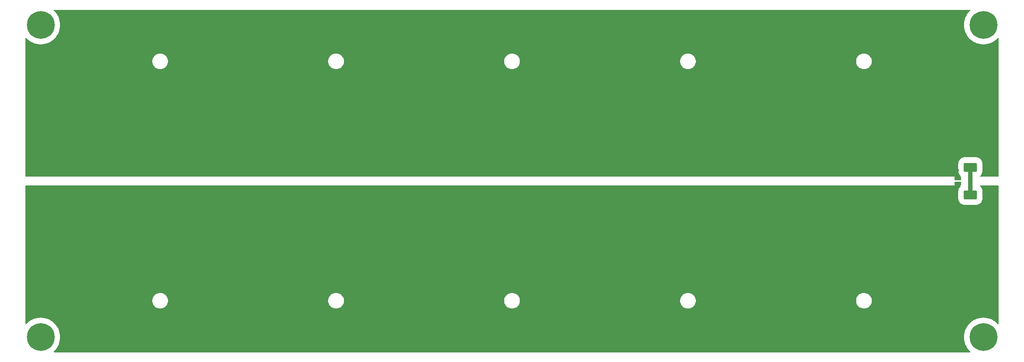
<source format=gtl>
G04 #@! TF.GenerationSoftware,KiCad,Pcbnew,7.0.8*
G04 #@! TF.CreationDate,2023-11-12T21:23:09-08:00*
G04 #@! TF.ProjectId,10p-battery-holder,3130702d-6261-4747-9465-72792d686f6c,V1*
G04 #@! TF.SameCoordinates,Original*
G04 #@! TF.FileFunction,Copper,L1,Top*
G04 #@! TF.FilePolarity,Positive*
%FSLAX46Y46*%
G04 Gerber Fmt 4.6, Leading zero omitted, Abs format (unit mm)*
G04 Created by KiCad (PCBNEW 7.0.8) date 2023-11-12 21:23:09*
%MOMM*%
%LPD*%
G01*
G04 APERTURE LIST*
G04 Aperture macros list*
%AMRoundRect*
0 Rectangle with rounded corners*
0 $1 Rounding radius*
0 $2 $3 $4 $5 $6 $7 $8 $9 X,Y pos of 4 corners*
0 Add a 4 corners polygon primitive as box body*
4,1,4,$2,$3,$4,$5,$6,$7,$8,$9,$2,$3,0*
0 Add four circle primitives for the rounded corners*
1,1,$1+$1,$2,$3*
1,1,$1+$1,$4,$5*
1,1,$1+$1,$6,$7*
1,1,$1+$1,$8,$9*
0 Add four rect primitives between the rounded corners*
20,1,$1+$1,$2,$3,$4,$5,0*
20,1,$1+$1,$4,$5,$6,$7,0*
20,1,$1+$1,$6,$7,$8,$9,0*
20,1,$1+$1,$8,$9,$2,$3,0*%
G04 Aperture macros list end*
G04 #@! TA.AperFunction,ComponentPad*
%ADD10C,0.800000*%
G04 #@! TD*
G04 #@! TA.AperFunction,ComponentPad*
%ADD11C,6.400000*%
G04 #@! TD*
G04 #@! TA.AperFunction,SMDPad,CuDef*
%ADD12RoundRect,1.125000X-2.625000X-1.125000X2.625000X-1.125000X2.625000X1.125000X-2.625000X1.125000X0*%
G04 #@! TD*
G04 #@! TA.AperFunction,SMDPad,CuDef*
%ADD13C,8.500000*%
G04 #@! TD*
G04 #@! TA.AperFunction,SMDPad,CuDef*
%ADD14RoundRect,0.200000X0.600000X-0.200000X0.600000X0.200000X-0.600000X0.200000X-0.600000X-0.200000X0*%
G04 #@! TD*
G04 #@! TA.AperFunction,SMDPad,CuDef*
%ADD15RoundRect,0.250001X1.249999X-0.799999X1.249999X0.799999X-1.249999X0.799999X-1.249999X-0.799999X0*%
G04 #@! TD*
G04 #@! TA.AperFunction,ViaPad*
%ADD16C,0.762000*%
G04 #@! TD*
G04 #@! TA.AperFunction,Conductor*
%ADD17C,1.000000*%
G04 #@! TD*
G04 #@! TA.AperFunction,Conductor*
%ADD18C,0.500000*%
G04 #@! TD*
G04 APERTURE END LIST*
D10*
X258600000Y-126500000D03*
X259302944Y-124802944D03*
X259302944Y-128197056D03*
X261000000Y-124100000D03*
D11*
X261000000Y-126500000D03*
D10*
X261000000Y-128900000D03*
X262697056Y-124802944D03*
X262697056Y-128197056D03*
X263400000Y-126500000D03*
X258600000Y-54500000D03*
X259302944Y-52802944D03*
X259302944Y-56197056D03*
X261000000Y-52100000D03*
D11*
X261000000Y-54500000D03*
D10*
X261000000Y-56900000D03*
X262697056Y-52802944D03*
X262697056Y-56197056D03*
X263400000Y-54500000D03*
D12*
X183620000Y-54000000D03*
X202380000Y-54000000D03*
X183620000Y-127000000D03*
X202380000Y-127000000D03*
D13*
X45500000Y-70500000D03*
D10*
X41600000Y-54500000D03*
X42302944Y-52802944D03*
X42302944Y-56197056D03*
X44000000Y-52100000D03*
D11*
X44000000Y-54500000D03*
D10*
X44000000Y-56900000D03*
X45697056Y-52802944D03*
X45697056Y-56197056D03*
X46400000Y-54500000D03*
D13*
X45500000Y-110500000D03*
X259500000Y-110500000D03*
D12*
X102620000Y-54000000D03*
X121380000Y-54000000D03*
X102620000Y-127000000D03*
X121380000Y-127000000D03*
D14*
X255100000Y-91125000D03*
X255100000Y-89875000D03*
D15*
X258000000Y-93675000D03*
X258000000Y-87325000D03*
D13*
X259500000Y-70500000D03*
D10*
X41600000Y-126500000D03*
X42302944Y-124802944D03*
X42302944Y-128197056D03*
X44000000Y-124100000D03*
D11*
X44000000Y-126500000D03*
D10*
X44000000Y-128900000D03*
X45697056Y-124802944D03*
X45697056Y-128197056D03*
X46400000Y-126500000D03*
D12*
X224120000Y-54000000D03*
X242880000Y-54000000D03*
X224120000Y-127000000D03*
X242880000Y-127000000D03*
X143120000Y-54000000D03*
X161880000Y-54000000D03*
X143120000Y-127000000D03*
X161880000Y-127000000D03*
X62120000Y-54000000D03*
X80880000Y-54000000D03*
X62120000Y-127000000D03*
X80880000Y-127000000D03*
D16*
X52500000Y-75500000D03*
X55000000Y-83000000D03*
X47000000Y-66750000D03*
X60000000Y-52500000D03*
X145000000Y-58000000D03*
X250000000Y-58000000D03*
X252500000Y-60500000D03*
X237500000Y-60500000D03*
X181500000Y-52500000D03*
X117500000Y-85500000D03*
X47000000Y-75750000D03*
X175000000Y-58000000D03*
X67500000Y-80500000D03*
X152500000Y-55500000D03*
X122500000Y-80500000D03*
X62500000Y-70500000D03*
X102500000Y-70500000D03*
X204250000Y-54500000D03*
X170000000Y-88000000D03*
X167500000Y-60500000D03*
X42500000Y-60500000D03*
X85000000Y-88000000D03*
X165000000Y-73000000D03*
X177500000Y-85500000D03*
X155000000Y-73000000D03*
X121000000Y-52500000D03*
X75000000Y-63000000D03*
X172500000Y-70500000D03*
X256500000Y-75750000D03*
X167500000Y-80500000D03*
X177500000Y-80500000D03*
X182500000Y-55500000D03*
X202500000Y-60500000D03*
X258000000Y-75750000D03*
X230000000Y-83000000D03*
X227500000Y-85500000D03*
X160000000Y-58000000D03*
X55000000Y-53000000D03*
X110000000Y-78000000D03*
X132500000Y-55500000D03*
X67500000Y-85500000D03*
X75000000Y-58000000D03*
X140000000Y-88000000D03*
X48500000Y-66750000D03*
X144000000Y-55500000D03*
X124000000Y-53500000D03*
X197500000Y-65500000D03*
X118000000Y-55500000D03*
X220000000Y-73000000D03*
X65000000Y-73000000D03*
X240000000Y-83000000D03*
X90000000Y-83000000D03*
X137500000Y-60500000D03*
X107500000Y-85500000D03*
X162500000Y-65500000D03*
X70000000Y-73000000D03*
X97500000Y-60500000D03*
X200000000Y-73000000D03*
X210000000Y-58000000D03*
X167500000Y-85500000D03*
X200250000Y-52500000D03*
X255000000Y-83000000D03*
X240000000Y-78000000D03*
X205250000Y-55500000D03*
X255000000Y-68250000D03*
X195000000Y-83000000D03*
X162750000Y-55500000D03*
X41000000Y-74250000D03*
X63000000Y-55500000D03*
X165000000Y-63000000D03*
X256500000Y-68250000D03*
X60000000Y-88000000D03*
X190000000Y-88000000D03*
X141000000Y-52500000D03*
X145000000Y-68000000D03*
X140000000Y-53500000D03*
X150000000Y-63000000D03*
X67500000Y-75500000D03*
X62000000Y-54500000D03*
X135000000Y-78000000D03*
X185000000Y-68000000D03*
X130000000Y-73000000D03*
X230000000Y-78000000D03*
X172500000Y-60500000D03*
X152500000Y-75500000D03*
X158750000Y-53500000D03*
X255000000Y-53000000D03*
X92500000Y-75500000D03*
X127500000Y-85500000D03*
X84000000Y-55500000D03*
X127500000Y-55500000D03*
X259500000Y-66750000D03*
X47500000Y-60500000D03*
X130000000Y-58000000D03*
X205000000Y-78000000D03*
X195000000Y-53000000D03*
X180000000Y-68000000D03*
X152500000Y-80500000D03*
X237500000Y-85500000D03*
X132500000Y-60500000D03*
X42500000Y-68250000D03*
X55000000Y-68000000D03*
X222500000Y-70500000D03*
X102500000Y-65500000D03*
X78000000Y-53500000D03*
X225000000Y-58000000D03*
X190000000Y-68000000D03*
X48780468Y-70572377D03*
X100000000Y-88000000D03*
X262500000Y-72750000D03*
X85000000Y-68000000D03*
X115000000Y-58000000D03*
X115000000Y-63000000D03*
X120000000Y-78000000D03*
X217500000Y-55500000D03*
X125000000Y-83000000D03*
X137500000Y-75500000D03*
X41000000Y-75750000D03*
X180000000Y-63000000D03*
X242500000Y-80500000D03*
X117500000Y-60500000D03*
X155000000Y-58000000D03*
X252500000Y-75500000D03*
X41000000Y-71250000D03*
X85000000Y-63000000D03*
X45500000Y-66750000D03*
X157500000Y-85500000D03*
X260000000Y-78000000D03*
X261000000Y-74250000D03*
X105000000Y-73000000D03*
X125000000Y-58000000D03*
X237500000Y-75500000D03*
X42500000Y-74250000D03*
X170000000Y-83000000D03*
X212500000Y-75500000D03*
X217500000Y-85500000D03*
X47000000Y-65250000D03*
X119000000Y-54500000D03*
X180000000Y-73000000D03*
X135000000Y-53000000D03*
X105500000Y-53500000D03*
X225000000Y-83000000D03*
X79000000Y-54500000D03*
X202250000Y-54500000D03*
X237500000Y-55500000D03*
X44000000Y-75750000D03*
X187500000Y-65500000D03*
X192500000Y-80500000D03*
X97500000Y-70500000D03*
X184500000Y-53500000D03*
X104500000Y-54500000D03*
X204250000Y-52500000D03*
X232500000Y-65500000D03*
X141000000Y-54500000D03*
X160000000Y-88000000D03*
X62500000Y-75500000D03*
X264000000Y-71250000D03*
X255000000Y-75750000D03*
X192500000Y-60500000D03*
X232500000Y-75500000D03*
X262500000Y-65250000D03*
X264000000Y-65250000D03*
X79000000Y-52500000D03*
X42500000Y-75750000D03*
X65000000Y-58000000D03*
X222000000Y-54500000D03*
X102500000Y-54500000D03*
X232500000Y-70500000D03*
X77500000Y-60500000D03*
X123000000Y-54500000D03*
X60000000Y-78000000D03*
X182500000Y-85500000D03*
X150000000Y-83000000D03*
X85000000Y-58000000D03*
X242500000Y-70500000D03*
X259500000Y-65250000D03*
X175000000Y-68000000D03*
X159750000Y-52500000D03*
X101500000Y-53500000D03*
X256500000Y-65250000D03*
X132500000Y-65500000D03*
X165000000Y-68000000D03*
X180500000Y-53500000D03*
X195000000Y-88000000D03*
X165000000Y-78000000D03*
X167500000Y-55500000D03*
X222500000Y-75500000D03*
X48250000Y-80500000D03*
X192500000Y-75500000D03*
X41000000Y-72750000D03*
X163750000Y-54500000D03*
X107500000Y-75500000D03*
X80000000Y-68000000D03*
X110000000Y-73000000D03*
X195000000Y-58000000D03*
X60000000Y-54500000D03*
X62000000Y-52500000D03*
X210000000Y-53000000D03*
X255000000Y-63000000D03*
X225000000Y-53500000D03*
X99500000Y-55500000D03*
X81000000Y-52500000D03*
X237500000Y-80500000D03*
X235000000Y-83000000D03*
X110000000Y-88000000D03*
X230000000Y-73000000D03*
X142500000Y-85500000D03*
X222500000Y-85500000D03*
X205000000Y-63000000D03*
X105000000Y-83000000D03*
X240000000Y-88000000D03*
X90000000Y-53000000D03*
X160000000Y-73000000D03*
X205000000Y-83000000D03*
X55000000Y-63000000D03*
X90000000Y-73000000D03*
X41000000Y-68250000D03*
X225000000Y-73000000D03*
X237500000Y-70500000D03*
X72500000Y-60500000D03*
X57500000Y-55500000D03*
X264000000Y-69750000D03*
X207500000Y-65500000D03*
X155000000Y-78000000D03*
X48500000Y-75750000D03*
X47000000Y-74250000D03*
X261000000Y-75750000D03*
X250000000Y-88000000D03*
X230000000Y-63000000D03*
X155000000Y-53000000D03*
X100000000Y-58000000D03*
X182500000Y-80500000D03*
X170000000Y-58000000D03*
X230000000Y-68000000D03*
X87500000Y-75500000D03*
X230000000Y-53000000D03*
X142000000Y-53500000D03*
X155000000Y-63000000D03*
X140000000Y-68000000D03*
X142500000Y-80500000D03*
X262500000Y-74250000D03*
X42500000Y-85500000D03*
X50000000Y-72750000D03*
X187500000Y-60500000D03*
X225000000Y-55500000D03*
X95000000Y-68000000D03*
X125000000Y-68000000D03*
X220000000Y-58000000D03*
X202500000Y-70500000D03*
X112500000Y-70500000D03*
X120000000Y-68000000D03*
X252500000Y-85500000D03*
X235000000Y-68000000D03*
X75000000Y-88000000D03*
X255000000Y-74250000D03*
X127500000Y-75500000D03*
X212500000Y-85500000D03*
X67500000Y-65500000D03*
X115000000Y-68000000D03*
X226000000Y-54500000D03*
X52500000Y-70500000D03*
X99500000Y-53500000D03*
X72500000Y-55500000D03*
X50000000Y-53000000D03*
X80000000Y-78000000D03*
X112500000Y-80500000D03*
X125000000Y-78000000D03*
X160000000Y-63000000D03*
X250000000Y-73000000D03*
X242500000Y-85500000D03*
X90000000Y-68000000D03*
X256500000Y-72750000D03*
X105000000Y-63000000D03*
X50000000Y-78000000D03*
X137500000Y-55500000D03*
X77500000Y-80500000D03*
X112500000Y-85500000D03*
X84000000Y-53500000D03*
X162500000Y-75500000D03*
X109000000Y-63000000D03*
X48250000Y-85500000D03*
X80000000Y-83000000D03*
X177500000Y-60500000D03*
X147500000Y-70500000D03*
X52500000Y-80500000D03*
X65000000Y-55500000D03*
X100500000Y-52500000D03*
X243750000Y-55500000D03*
X210000000Y-83000000D03*
X52500000Y-60500000D03*
X80000000Y-53500000D03*
X50000000Y-74250000D03*
X59000000Y-53500000D03*
X160750000Y-53500000D03*
X199250000Y-55500000D03*
X122500000Y-65500000D03*
X50000000Y-66750000D03*
X201250000Y-55500000D03*
X224000000Y-52500000D03*
X212500000Y-60500000D03*
X187500000Y-85500000D03*
X140000000Y-55500000D03*
X118000000Y-53500000D03*
X107500000Y-65500000D03*
X215000000Y-53000000D03*
X160000000Y-68000000D03*
X87500000Y-65500000D03*
X44000000Y-65250000D03*
X144000000Y-53500000D03*
X103500000Y-55500000D03*
X190000000Y-58000000D03*
X145000000Y-83000000D03*
X75000000Y-73000000D03*
X242500000Y-75500000D03*
X245000000Y-63000000D03*
X177500000Y-65500000D03*
X190000000Y-78000000D03*
X105000000Y-68000000D03*
X240000000Y-63000000D03*
X207500000Y-75500000D03*
X95000000Y-78000000D03*
X117500000Y-70500000D03*
X142000000Y-55500000D03*
X112500000Y-65500000D03*
X130000000Y-88000000D03*
X252500000Y-55500000D03*
X150000000Y-58000000D03*
X172500000Y-65500000D03*
X165000000Y-88000000D03*
X147500000Y-85500000D03*
X222500000Y-60500000D03*
X241750000Y-55500000D03*
X65000000Y-78000000D03*
X197500000Y-75500000D03*
X203250000Y-53500000D03*
X239750000Y-55500000D03*
X210000000Y-88000000D03*
X62500000Y-60500000D03*
X170000000Y-63000000D03*
X120000000Y-63000000D03*
X70000000Y-78000000D03*
X142500000Y-65500000D03*
X264000000Y-74250000D03*
X186500000Y-53500000D03*
X235000000Y-88000000D03*
X44000000Y-74250000D03*
X217500000Y-60500000D03*
X70000000Y-83000000D03*
X82000000Y-53500000D03*
X50000000Y-71250000D03*
X247500000Y-75500000D03*
X115000000Y-83000000D03*
X140000000Y-73000000D03*
X65000000Y-68000000D03*
X60000000Y-73000000D03*
X87500000Y-85500000D03*
X42500000Y-72750000D03*
X232500000Y-80500000D03*
X252500000Y-80500000D03*
X256500000Y-74250000D03*
X147500000Y-80500000D03*
X62500000Y-80500000D03*
X67500000Y-70500000D03*
X152500000Y-65500000D03*
X65000000Y-53500000D03*
X180000000Y-78000000D03*
X100000000Y-83000000D03*
X212500000Y-70500000D03*
X102500000Y-60500000D03*
X110000000Y-53000000D03*
X195000000Y-68000000D03*
X72500000Y-65500000D03*
X235000000Y-78000000D03*
X52500000Y-55500000D03*
X162500000Y-80500000D03*
X205000000Y-73000000D03*
X162750000Y-53500000D03*
X117500000Y-65500000D03*
X95000000Y-73000000D03*
X202250000Y-52500000D03*
X217500000Y-80500000D03*
X170000000Y-73000000D03*
X223000000Y-55500000D03*
X120000000Y-83000000D03*
X255000000Y-71250000D03*
X127500000Y-70500000D03*
X202500000Y-65500000D03*
X240000000Y-68000000D03*
X80000000Y-58000000D03*
X115000000Y-88000000D03*
X180000000Y-58000000D03*
X245750000Y-53500000D03*
X220000000Y-88000000D03*
X245000000Y-68000000D03*
X117500000Y-75500000D03*
X215000000Y-88000000D03*
X41000000Y-69750000D03*
X135000000Y-63000000D03*
X75000000Y-53000000D03*
X92500000Y-60500000D03*
X180000000Y-83000000D03*
X140000000Y-83000000D03*
X186500000Y-55500000D03*
X117500000Y-80500000D03*
X164750000Y-55500000D03*
X70000000Y-88000000D03*
X255000000Y-72750000D03*
X123000000Y-52500000D03*
X257500000Y-60500000D03*
X147500000Y-60500000D03*
X112500000Y-75500000D03*
X245000000Y-83000000D03*
X82500000Y-60500000D03*
X202500000Y-75500000D03*
X50250000Y-83000000D03*
X200000000Y-78000000D03*
X225000000Y-78000000D03*
X177500000Y-70500000D03*
X130000000Y-68000000D03*
X92500000Y-80500000D03*
X50250000Y-88000000D03*
X90000000Y-88000000D03*
X258000000Y-66750000D03*
X146000000Y-55500000D03*
X100500000Y-54500000D03*
X135000000Y-58000000D03*
X72500000Y-70500000D03*
X181500000Y-54500000D03*
X167500000Y-70500000D03*
X227000000Y-53500000D03*
X120000000Y-88000000D03*
X124000000Y-55500000D03*
X120000000Y-55500000D03*
X57500000Y-85500000D03*
X115000000Y-73000000D03*
X252500000Y-65500000D03*
X240750000Y-52500000D03*
X182500000Y-65500000D03*
X70000000Y-68000000D03*
X161750000Y-52500000D03*
X127500000Y-60500000D03*
X64000000Y-54500000D03*
X227500000Y-80500000D03*
X60000000Y-63000000D03*
X48500000Y-74250000D03*
X167500000Y-75500000D03*
X85000000Y-73000000D03*
X43500000Y-83000000D03*
X172500000Y-75500000D03*
X187500000Y-80500000D03*
X226000000Y-52500000D03*
X185000000Y-78000000D03*
X237500000Y-65500000D03*
X207500000Y-60500000D03*
X132500000Y-70500000D03*
X250000000Y-68000000D03*
X110000000Y-83000000D03*
X110000000Y-68000000D03*
X235000000Y-53000000D03*
X217500000Y-70500000D03*
X82000000Y-55500000D03*
X143000000Y-54500000D03*
X190000000Y-53000000D03*
X48500000Y-65250000D03*
X70000000Y-58000000D03*
X264000000Y-72750000D03*
X75000000Y-78000000D03*
X215000000Y-63000000D03*
X112500000Y-55500000D03*
X235000000Y-73000000D03*
X155000000Y-83000000D03*
X100000000Y-63000000D03*
X50000000Y-75750000D03*
X82500000Y-80500000D03*
X185000000Y-88000000D03*
X87500000Y-60500000D03*
X50000000Y-69750000D03*
X232500000Y-55500000D03*
X215000000Y-68000000D03*
X62500000Y-65500000D03*
X261000000Y-65250000D03*
X255000000Y-58000000D03*
X207500000Y-85500000D03*
X225000000Y-63000000D03*
X220000000Y-83000000D03*
X192500000Y-65500000D03*
X147500000Y-65500000D03*
X243750000Y-53500000D03*
X239750000Y-53500000D03*
X177500000Y-55500000D03*
X132500000Y-85500000D03*
X87500000Y-80500000D03*
X175000000Y-73000000D03*
X185000000Y-83000000D03*
X60000000Y-83000000D03*
X232500000Y-85500000D03*
X200000000Y-58000000D03*
X207500000Y-70500000D03*
X207500000Y-55500000D03*
X221000000Y-55500000D03*
X165000000Y-58000000D03*
X236500000Y-63000000D03*
X217500000Y-65500000D03*
X192500000Y-85500000D03*
X43500000Y-88000000D03*
X135000000Y-73000000D03*
X232500000Y-60500000D03*
X157500000Y-65500000D03*
X67500000Y-55500000D03*
X130000000Y-63000000D03*
X245750000Y-55500000D03*
X175000000Y-63000000D03*
X105000000Y-58000000D03*
X104500000Y-52500000D03*
X247500000Y-60500000D03*
X183500000Y-54500000D03*
X150000000Y-73000000D03*
X41000000Y-65250000D03*
X182500000Y-60500000D03*
X157500000Y-70500000D03*
X145000000Y-54500000D03*
X264000000Y-75750000D03*
X143000000Y-52500000D03*
X172500000Y-80500000D03*
X192500000Y-70500000D03*
X217500000Y-75500000D03*
X250000000Y-78000000D03*
X150000000Y-88000000D03*
X130000000Y-78000000D03*
X105500000Y-55500000D03*
X127500000Y-65500000D03*
X77500000Y-75500000D03*
X158750000Y-55500000D03*
X67500000Y-60500000D03*
X185500000Y-52500000D03*
X57500000Y-80500000D03*
X172500000Y-85500000D03*
X100000000Y-68000000D03*
X130000000Y-53000000D03*
X155000000Y-88000000D03*
X197500000Y-60500000D03*
X72500000Y-75500000D03*
X247500000Y-65500000D03*
X122000000Y-55500000D03*
X135000000Y-68000000D03*
X175000000Y-78000000D03*
X115000000Y-53000000D03*
X212500000Y-65500000D03*
X145000000Y-52500000D03*
X197500000Y-80500000D03*
X247500000Y-55500000D03*
X147500000Y-75500000D03*
X95000000Y-53000000D03*
X81000000Y-54500000D03*
X85000000Y-83000000D03*
X197500000Y-85500000D03*
X95000000Y-63000000D03*
X195000000Y-78000000D03*
X190000000Y-63000000D03*
X190000000Y-83000000D03*
X57500000Y-60500000D03*
X107500000Y-60500000D03*
X68500000Y-63000000D03*
X42500000Y-80500000D03*
X170000000Y-53000000D03*
X192500000Y-55500000D03*
X260000000Y-62250000D03*
X80000000Y-88000000D03*
X65000000Y-63000000D03*
X142500000Y-75500000D03*
X258000000Y-65250000D03*
X160000000Y-83000000D03*
X264000000Y-66750000D03*
X103500000Y-53500000D03*
X260000000Y-83000000D03*
X262500000Y-88000000D03*
X80000000Y-73000000D03*
X55000000Y-78000000D03*
X207500000Y-80500000D03*
X212500000Y-55500000D03*
X92500000Y-70500000D03*
X145000000Y-78000000D03*
X162500000Y-70500000D03*
X62500000Y-85500000D03*
X258000000Y-74250000D03*
X202500000Y-80500000D03*
X52500000Y-65500000D03*
X242500000Y-60500000D03*
X150000000Y-78000000D03*
X142500000Y-70500000D03*
X261000000Y-66750000D03*
X210000000Y-73000000D03*
X245000000Y-88000000D03*
X200000000Y-88000000D03*
X122500000Y-85500000D03*
X250000000Y-53000000D03*
X97500000Y-75500000D03*
X77500000Y-85500000D03*
X57500000Y-75500000D03*
X110000000Y-58000000D03*
X172500000Y-55500000D03*
X157500000Y-60500000D03*
X183500000Y-52500000D03*
X77500000Y-70500000D03*
X244750000Y-54500000D03*
X78000000Y-55500000D03*
X140000000Y-78000000D03*
X184500000Y-55500000D03*
X122500000Y-60500000D03*
X245000000Y-78000000D03*
X221000000Y-53500000D03*
X255000000Y-66750000D03*
X220000000Y-63000000D03*
X122500000Y-75500000D03*
X262500000Y-75750000D03*
X83000000Y-54500000D03*
X222500000Y-65500000D03*
X210000000Y-68000000D03*
X100000000Y-73000000D03*
X82500000Y-65500000D03*
X60000000Y-68000000D03*
X42500000Y-66750000D03*
X262500000Y-60500000D03*
X200000000Y-68000000D03*
X170000000Y-78000000D03*
X196000000Y-63000000D03*
X224000000Y-54500000D03*
X220000000Y-78000000D03*
X147500000Y-55500000D03*
X210000000Y-63000000D03*
X85000000Y-78000000D03*
X200000000Y-83000000D03*
X97500000Y-55500000D03*
X127500000Y-80500000D03*
X262780468Y-70572377D03*
X145000000Y-73000000D03*
X48500000Y-72750000D03*
X157500000Y-76000000D03*
X125000000Y-63000000D03*
X61000000Y-55500000D03*
X162500000Y-60500000D03*
X262500000Y-86250000D03*
X65000000Y-83000000D03*
X241750000Y-53500000D03*
X227000000Y-55500000D03*
X42201451Y-70556250D03*
X140000000Y-58000000D03*
X190000000Y-73000000D03*
X64000000Y-52500000D03*
X259500000Y-75750000D03*
X215000000Y-83000000D03*
X115000000Y-78000000D03*
X152500000Y-85500000D03*
X72500000Y-80500000D03*
X175000000Y-53000000D03*
X195000000Y-73000000D03*
X107500000Y-80500000D03*
X102500000Y-52500000D03*
X83000000Y-52500000D03*
X82500000Y-70500000D03*
X155000000Y-68000000D03*
X205000000Y-68000000D03*
X48500000Y-68250000D03*
X107500000Y-70500000D03*
X201250000Y-53500000D03*
X50000000Y-58000000D03*
X77500000Y-65500000D03*
X120000000Y-73000000D03*
X142500000Y-60500000D03*
X240000000Y-73000000D03*
X230000000Y-58000000D03*
X175000000Y-83000000D03*
X82500000Y-85500000D03*
X187500000Y-70500000D03*
X82500000Y-75500000D03*
X97500000Y-65500000D03*
X135000000Y-88000000D03*
X185000000Y-73000000D03*
X182500000Y-75500000D03*
X101500000Y-55500000D03*
X235000000Y-58000000D03*
X70000000Y-53000000D03*
X105000000Y-78000000D03*
X137500000Y-65500000D03*
X90000000Y-58000000D03*
X165000000Y-83000000D03*
X120000000Y-53500000D03*
X162500000Y-85500000D03*
X65000000Y-88000000D03*
X215000000Y-58000000D03*
X137500000Y-85500000D03*
X45500000Y-74250000D03*
X57500000Y-70500000D03*
X137500000Y-70500000D03*
X95000000Y-83000000D03*
X167500000Y-65500000D03*
X120000000Y-58000000D03*
X257500000Y-80500000D03*
X55000000Y-58000000D03*
X215000000Y-78000000D03*
X262500000Y-68250000D03*
X245000000Y-58000000D03*
X125000000Y-88000000D03*
X250000000Y-83000000D03*
X212500000Y-80500000D03*
X247500000Y-85500000D03*
X256500000Y-66750000D03*
X245000000Y-73000000D03*
X119000000Y-52500000D03*
X222500000Y-80500000D03*
X92500000Y-55500000D03*
X161750000Y-54500000D03*
X220000000Y-68000000D03*
X242750000Y-54500000D03*
X122000000Y-53500000D03*
X45000000Y-61500000D03*
X205000000Y-88000000D03*
X160000000Y-78000000D03*
X199250000Y-53500000D03*
X97500000Y-80500000D03*
X182500000Y-70500000D03*
X185500000Y-54500000D03*
X222000000Y-52500000D03*
X203250000Y-55500000D03*
X63000000Y-53500000D03*
X227500000Y-65500000D03*
X223000000Y-53500000D03*
X121000000Y-54500000D03*
X72500000Y-85500000D03*
X59000000Y-55500000D03*
X112500000Y-60500000D03*
X255000000Y-78000000D03*
X145000000Y-63000000D03*
X107500000Y-55500000D03*
X132500000Y-80500000D03*
X185000000Y-58000000D03*
X152500000Y-70500000D03*
X200250000Y-54500000D03*
X102500000Y-80500000D03*
X145000000Y-88000000D03*
X55000000Y-88000000D03*
X90000000Y-63000000D03*
X182500000Y-53500000D03*
X102500000Y-75500000D03*
X44000000Y-66750000D03*
X180000000Y-88000000D03*
X255000000Y-88000000D03*
X159750000Y-54500000D03*
X197500000Y-55500000D03*
X205000000Y-58000000D03*
X247500000Y-70500000D03*
X227500000Y-60500000D03*
X75000000Y-83000000D03*
X41000000Y-66750000D03*
X55000000Y-73000000D03*
X57500000Y-65500000D03*
X45500000Y-75750000D03*
X240750000Y-54500000D03*
X180500000Y-55500000D03*
X255000000Y-69750000D03*
X197500000Y-70500000D03*
X262500000Y-66750000D03*
X92500000Y-85500000D03*
X262500000Y-80500000D03*
X256201451Y-70556250D03*
X264000000Y-68250000D03*
X242500000Y-65500000D03*
X60000000Y-58000000D03*
X227500000Y-70500000D03*
X200000000Y-63000000D03*
X205250000Y-53500000D03*
X92500000Y-65500000D03*
X97500000Y-85500000D03*
X50000000Y-63000000D03*
X150000000Y-53000000D03*
X230000000Y-88000000D03*
X42500000Y-65250000D03*
X164750000Y-53500000D03*
X90000000Y-78000000D03*
X87500000Y-70500000D03*
X146000000Y-53500000D03*
X45500000Y-65250000D03*
X52500000Y-85500000D03*
X225000000Y-68000000D03*
X102500000Y-85500000D03*
X45000000Y-78000000D03*
X240000000Y-58000000D03*
X61000000Y-53500000D03*
X135000000Y-83000000D03*
X244750000Y-52500000D03*
X259500000Y-74250000D03*
X105000000Y-88000000D03*
X247500000Y-80500000D03*
X252500000Y-70500000D03*
X152500000Y-60500000D03*
X185000000Y-63000000D03*
X225000000Y-88000000D03*
X100000000Y-78000000D03*
X157500000Y-80500000D03*
X140000000Y-63000000D03*
X227500000Y-75500000D03*
X87500000Y-55500000D03*
X95000000Y-58000000D03*
X175000000Y-88000000D03*
X130000000Y-83000000D03*
X210000000Y-78000000D03*
X50000000Y-65250000D03*
X242750000Y-52500000D03*
X215000000Y-73000000D03*
X95000000Y-88000000D03*
X80000000Y-55500000D03*
X170000000Y-68000000D03*
X187500000Y-75500000D03*
X150000000Y-68000000D03*
X122500000Y-70500000D03*
X202500000Y-85500000D03*
X75000000Y-68000000D03*
X163750000Y-52500000D03*
X177500000Y-75500000D03*
X125000000Y-73000000D03*
X255000000Y-65250000D03*
X137500000Y-80500000D03*
X160750000Y-55500000D03*
X250000000Y-63000000D03*
X50000000Y-68250000D03*
X132500000Y-75500000D03*
X80000000Y-63000000D03*
X220000000Y-108000000D03*
X225000000Y-98000000D03*
X200250000Y-127500000D03*
X48500000Y-112750000D03*
X264000000Y-115750000D03*
X185000000Y-108000000D03*
X190000000Y-93000000D03*
X240000000Y-98000000D03*
X250000000Y-93000000D03*
X250000000Y-98000000D03*
X256500000Y-114250000D03*
X212500000Y-105500000D03*
X60000000Y-98000000D03*
X195000000Y-123000000D03*
X68500000Y-118000000D03*
X140000000Y-93000000D03*
X160750000Y-126500000D03*
X252500000Y-95500000D03*
X112500000Y-105500000D03*
X87500000Y-120500000D03*
X232500000Y-100500000D03*
X70000000Y-93000000D03*
X137500000Y-115500000D03*
X57500000Y-110500000D03*
X63250000Y-126500000D03*
X258000000Y-115750000D03*
X142500000Y-120500000D03*
X215000000Y-98000000D03*
X90000000Y-93000000D03*
X155000000Y-118000000D03*
X159750000Y-125500000D03*
X52500000Y-100500000D03*
X60250000Y-127500000D03*
X205250000Y-128500000D03*
X197500000Y-110500000D03*
X122500000Y-105500000D03*
X130000000Y-128000000D03*
X50000000Y-123000000D03*
X95000000Y-93000000D03*
X112500000Y-95500000D03*
X170000000Y-113000000D03*
X117500000Y-100500000D03*
X60000000Y-103000000D03*
X80750000Y-127500000D03*
X230000000Y-128000000D03*
X81750000Y-126500000D03*
X210000000Y-93000000D03*
X162500000Y-110500000D03*
X223000000Y-126500000D03*
X192500000Y-120500000D03*
X140000000Y-118000000D03*
X215000000Y-113000000D03*
X264000000Y-112750000D03*
X70000000Y-103000000D03*
X217500000Y-95500000D03*
X167500000Y-120500000D03*
X185000000Y-113000000D03*
X226000000Y-127500000D03*
X44000000Y-114250000D03*
X200000000Y-108000000D03*
X162750000Y-126500000D03*
X227500000Y-115500000D03*
X161750000Y-125500000D03*
X200000000Y-118000000D03*
X95000000Y-98000000D03*
X122250000Y-126500000D03*
X170000000Y-108000000D03*
X222000000Y-127500000D03*
X162500000Y-95500000D03*
X117500000Y-120500000D03*
X230000000Y-108000000D03*
X92500000Y-95500000D03*
X48250000Y-95500000D03*
X245000000Y-108000000D03*
X67500000Y-100500000D03*
X145000000Y-118000000D03*
X200250000Y-125500000D03*
X85000000Y-93000000D03*
X127500000Y-110500000D03*
X72500000Y-105500000D03*
X107500000Y-115500000D03*
X75000000Y-128000000D03*
X262500000Y-112750000D03*
X203250000Y-126500000D03*
X135000000Y-108000000D03*
X85000000Y-113000000D03*
X61250000Y-128500000D03*
X77500000Y-110500000D03*
X122500000Y-120500000D03*
X65000000Y-93000000D03*
X205000000Y-93000000D03*
X121250000Y-127500000D03*
X112500000Y-120500000D03*
X262500000Y-95500000D03*
X72500000Y-110500000D03*
X182500000Y-105500000D03*
X205000000Y-118000000D03*
X212500000Y-100500000D03*
X225000000Y-113000000D03*
X260000000Y-98000000D03*
X262500000Y-100500000D03*
X222000000Y-125500000D03*
X64250000Y-127500000D03*
X97500000Y-120500000D03*
X227500000Y-100500000D03*
X256500000Y-108250000D03*
X150000000Y-128000000D03*
X157500000Y-95500000D03*
X243750000Y-126500000D03*
X207500000Y-100500000D03*
X160000000Y-98000000D03*
X195000000Y-108000000D03*
X172500000Y-95500000D03*
X172500000Y-115500000D03*
X105500000Y-128500000D03*
X45000000Y-103000000D03*
X47000000Y-115750000D03*
X225000000Y-108000000D03*
X70000000Y-108000000D03*
X230000000Y-123000000D03*
X62500000Y-115500000D03*
X150000000Y-103000000D03*
X55000000Y-113000000D03*
X72500000Y-120500000D03*
X92500000Y-105500000D03*
X137500000Y-100500000D03*
X50250000Y-93000000D03*
X203250000Y-128500000D03*
X210000000Y-98000000D03*
X150000000Y-118000000D03*
X202500000Y-105500000D03*
X82500000Y-115500000D03*
X205000000Y-113000000D03*
X60000000Y-113000000D03*
X215000000Y-108000000D03*
X235000000Y-123000000D03*
X95000000Y-123000000D03*
X175000000Y-123000000D03*
X47000000Y-105250000D03*
X165000000Y-113000000D03*
X85000000Y-103000000D03*
X112500000Y-110500000D03*
X79750000Y-128500000D03*
X185000000Y-123000000D03*
X177500000Y-95500000D03*
X42500000Y-105250000D03*
X262500000Y-115750000D03*
X255000000Y-114250000D03*
X102500000Y-105500000D03*
X130000000Y-98000000D03*
X162500000Y-100500000D03*
X44000000Y-115750000D03*
X217500000Y-125500000D03*
X247500000Y-105500000D03*
X147500000Y-95500000D03*
X180500000Y-126500000D03*
X83750000Y-128500000D03*
X52500000Y-125500000D03*
X165000000Y-103000000D03*
X172500000Y-100500000D03*
X202250000Y-125500000D03*
X181500000Y-125500000D03*
X127500000Y-115500000D03*
X65250000Y-126500000D03*
X195000000Y-128000000D03*
X222500000Y-95500000D03*
X162500000Y-120500000D03*
X157500000Y-120500000D03*
X147500000Y-100500000D03*
X185000000Y-98000000D03*
X212500000Y-115500000D03*
X207500000Y-115500000D03*
X212500000Y-120500000D03*
X125000000Y-108000000D03*
X255000000Y-112750000D03*
X245000000Y-113000000D03*
X255000000Y-108250000D03*
X240750000Y-125500000D03*
X67500000Y-120500000D03*
X135000000Y-113000000D03*
X210000000Y-128000000D03*
X240000000Y-123000000D03*
X158750000Y-126500000D03*
X60250000Y-125500000D03*
X50000000Y-105250000D03*
X170000000Y-103000000D03*
X262500000Y-105250000D03*
X217500000Y-115500000D03*
X255000000Y-118000000D03*
X200000000Y-103000000D03*
X50000000Y-128000000D03*
X235000000Y-103000000D03*
X120000000Y-118000000D03*
X123250000Y-125500000D03*
X200000000Y-98000000D03*
X250000000Y-108000000D03*
X72500000Y-100500000D03*
X235000000Y-108000000D03*
X232500000Y-95500000D03*
X177500000Y-105500000D03*
X257500000Y-120500000D03*
X252500000Y-110500000D03*
X78750000Y-127500000D03*
X52500000Y-120500000D03*
X250000000Y-123000000D03*
X259500000Y-115750000D03*
X210000000Y-103000000D03*
X60000000Y-123000000D03*
X77500000Y-120500000D03*
X255000000Y-111250000D03*
X247500000Y-115500000D03*
X70000000Y-128000000D03*
X110000000Y-123000000D03*
X145000000Y-98000000D03*
X155000000Y-123000000D03*
X252500000Y-100500000D03*
X185500000Y-125500000D03*
X252500000Y-115500000D03*
X199250000Y-128500000D03*
X264000000Y-111250000D03*
X184500000Y-128500000D03*
X65000000Y-118000000D03*
X41000000Y-115750000D03*
X175000000Y-98000000D03*
X120000000Y-98000000D03*
X90000000Y-98000000D03*
X100000000Y-93000000D03*
X222500000Y-105500000D03*
X242500000Y-120500000D03*
X225000000Y-123000000D03*
X220000000Y-113000000D03*
X92500000Y-100500000D03*
X72500000Y-95500000D03*
X90000000Y-123000000D03*
X110000000Y-128000000D03*
X240000000Y-103000000D03*
X80000000Y-108000000D03*
X187500000Y-115500000D03*
X105500000Y-126500000D03*
X167500000Y-105500000D03*
X225000000Y-126500000D03*
X250000000Y-103000000D03*
X222500000Y-100500000D03*
X240000000Y-93000000D03*
X150000000Y-113000000D03*
X247500000Y-125500000D03*
X205000000Y-108000000D03*
X60000000Y-108000000D03*
X85000000Y-98000000D03*
X204250000Y-127500000D03*
X222500000Y-115500000D03*
X57500000Y-105500000D03*
X222500000Y-110500000D03*
X157500000Y-125500000D03*
X70000000Y-98000000D03*
X177500000Y-100500000D03*
X190000000Y-113000000D03*
X125000000Y-103000000D03*
X242750000Y-127500000D03*
X99500000Y-128500000D03*
X45000000Y-118750000D03*
X237500000Y-105500000D03*
X140000000Y-128500000D03*
X135000000Y-98000000D03*
X217500000Y-100500000D03*
X197500000Y-115500000D03*
X97500000Y-105500000D03*
X120250000Y-126500000D03*
X187500000Y-105500000D03*
X127500000Y-125500000D03*
X190000000Y-128000000D03*
X75000000Y-103000000D03*
X50000000Y-109750000D03*
X230000000Y-113000000D03*
X52500000Y-115500000D03*
X183500000Y-127500000D03*
X197500000Y-120500000D03*
X42500000Y-115750000D03*
X90000000Y-118000000D03*
X75000000Y-113000000D03*
X181500000Y-127500000D03*
X182500000Y-115500000D03*
X122250000Y-128500000D03*
X237500000Y-95500000D03*
X241750000Y-126500000D03*
X57500000Y-100500000D03*
X264000000Y-105250000D03*
X172500000Y-105500000D03*
X127500000Y-120500000D03*
X172500000Y-110500000D03*
X212500000Y-125500000D03*
X120000000Y-108000000D03*
X135000000Y-103000000D03*
X42201451Y-110556250D03*
X120000000Y-113000000D03*
X239750000Y-126500000D03*
X122500000Y-115500000D03*
X143000000Y-127500000D03*
X119250000Y-125500000D03*
X247500000Y-95500000D03*
X145000000Y-93000000D03*
X140000000Y-108000000D03*
X75000000Y-123000000D03*
X61250000Y-126500000D03*
X77500000Y-115500000D03*
X140000000Y-126500000D03*
X223000000Y-128500000D03*
X187500000Y-95500000D03*
X82500000Y-95500000D03*
X220000000Y-93000000D03*
X264000000Y-106750000D03*
X177500000Y-110500000D03*
X217500000Y-120500000D03*
X232500000Y-105500000D03*
X50000000Y-112750000D03*
X55000000Y-93000000D03*
X130000000Y-103000000D03*
X82750000Y-127500000D03*
X177500000Y-115500000D03*
X41000000Y-111250000D03*
X144000000Y-128500000D03*
X220000000Y-118000000D03*
X120000000Y-93000000D03*
X97500000Y-125500000D03*
X62500000Y-105500000D03*
X163750000Y-127500000D03*
X225000000Y-103000000D03*
X175000000Y-103000000D03*
X215000000Y-103000000D03*
X162500000Y-115500000D03*
X252500000Y-120500000D03*
X150000000Y-93000000D03*
X123250000Y-127500000D03*
X100000000Y-118000000D03*
X118250000Y-126500000D03*
X170000000Y-128000000D03*
X260000000Y-103000000D03*
X50000000Y-103000000D03*
X264000000Y-108250000D03*
X115000000Y-113000000D03*
X145000000Y-123000000D03*
X97500000Y-95500000D03*
X125000000Y-118000000D03*
X237500000Y-120500000D03*
X79750000Y-126500000D03*
X235000000Y-98000000D03*
X60000000Y-118000000D03*
X175000000Y-93000000D03*
X50000000Y-118000000D03*
X255000000Y-109750000D03*
X163750000Y-125500000D03*
X102500000Y-110500000D03*
X44000000Y-105250000D03*
X75000000Y-118000000D03*
X107500000Y-125500000D03*
X77750000Y-128500000D03*
X180000000Y-98000000D03*
X227000000Y-126500000D03*
X261000000Y-115750000D03*
X155000000Y-98000000D03*
X264000000Y-114250000D03*
X50000000Y-98000000D03*
X230000000Y-93000000D03*
X102500000Y-125500000D03*
X52500000Y-110500000D03*
X48500000Y-114250000D03*
X215000000Y-93000000D03*
X100000000Y-123000000D03*
X87500000Y-110500000D03*
X177500000Y-125500000D03*
X207500000Y-95500000D03*
X80000000Y-113000000D03*
X110000000Y-93000000D03*
X124250000Y-126500000D03*
X72500000Y-125500000D03*
X41000000Y-109750000D03*
X132500000Y-115500000D03*
X245000000Y-103000000D03*
X187500000Y-120500000D03*
X195000000Y-113000000D03*
X99500000Y-126500000D03*
X225000000Y-128500000D03*
X85000000Y-118000000D03*
X259500000Y-106750000D03*
X162750000Y-128500000D03*
X207500000Y-105500000D03*
X227000000Y-128500000D03*
X202500000Y-115500000D03*
X165000000Y-123000000D03*
X120250000Y-128500000D03*
X247500000Y-120500000D03*
X117500000Y-110500000D03*
X82750000Y-125500000D03*
X70000000Y-123000000D03*
X112500000Y-115500000D03*
X87500000Y-95500000D03*
X47500000Y-100500000D03*
X250000000Y-128000000D03*
X112500000Y-125500000D03*
X256201451Y-110556250D03*
X130000000Y-93000000D03*
X82500000Y-105500000D03*
X80000000Y-123000000D03*
X57500000Y-95500000D03*
X237500000Y-110500000D03*
X102500000Y-95500000D03*
X59250000Y-128500000D03*
X255000000Y-115750000D03*
X41000000Y-106750000D03*
X77500000Y-100500000D03*
X256500000Y-106750000D03*
X210000000Y-113000000D03*
X144000000Y-126500000D03*
X165000000Y-98000000D03*
X101500000Y-126500000D03*
X92500000Y-115500000D03*
X200000000Y-113000000D03*
X152500000Y-120500000D03*
X215000000Y-123000000D03*
X120000000Y-103000000D03*
X104500000Y-127500000D03*
X122500000Y-110500000D03*
X107500000Y-110500000D03*
X97500000Y-110500000D03*
X142500000Y-100500000D03*
X55000000Y-98000000D03*
X230000000Y-118000000D03*
X244750000Y-125500000D03*
X230000000Y-98000000D03*
X45500000Y-114250000D03*
X67500000Y-125500000D03*
X180000000Y-103000000D03*
X132500000Y-120500000D03*
X48780468Y-110572377D03*
X42500000Y-112750000D03*
X127500000Y-100500000D03*
X90000000Y-113000000D03*
X242500000Y-115500000D03*
X43500000Y-98000000D03*
X90000000Y-108000000D03*
X180000000Y-93000000D03*
X170000000Y-118000000D03*
X122500000Y-95500000D03*
X117500000Y-95500000D03*
X146000000Y-126500000D03*
X145000000Y-125500000D03*
X102500000Y-127500000D03*
X115000000Y-128000000D03*
X177500000Y-120500000D03*
X48500000Y-115750000D03*
X175000000Y-118000000D03*
X41000000Y-114250000D03*
X65250000Y-128500000D03*
X146000000Y-128500000D03*
X245750000Y-126500000D03*
X72500000Y-115500000D03*
X150000000Y-108000000D03*
X202250000Y-127500000D03*
X142500000Y-110500000D03*
X182500000Y-126500000D03*
X87500000Y-100500000D03*
X105000000Y-103000000D03*
X65000000Y-113000000D03*
X199250000Y-126500000D03*
X207500000Y-120500000D03*
X210000000Y-118000000D03*
X197500000Y-95500000D03*
X157500000Y-100500000D03*
X255000000Y-103000000D03*
X127500000Y-105500000D03*
X212500000Y-110500000D03*
X167500000Y-100500000D03*
X41000000Y-112750000D03*
X164750000Y-126500000D03*
X187500000Y-100500000D03*
X202500000Y-100500000D03*
X152500000Y-115500000D03*
X65000000Y-98000000D03*
X150000000Y-98000000D03*
X152500000Y-100500000D03*
X105000000Y-118000000D03*
X60000000Y-93000000D03*
X245750000Y-128500000D03*
X250000000Y-118000000D03*
X103500000Y-126500000D03*
X200000000Y-93000000D03*
X185000000Y-118000000D03*
X200000000Y-123000000D03*
X41000000Y-105250000D03*
X152500000Y-125500000D03*
X175000000Y-113000000D03*
X180000000Y-118000000D03*
X167500000Y-110500000D03*
X52500000Y-105500000D03*
X141000000Y-127500000D03*
X50000000Y-114250000D03*
X120000000Y-123000000D03*
X122500000Y-100500000D03*
X256500000Y-115750000D03*
X125000000Y-98000000D03*
X118250000Y-128500000D03*
X95000000Y-108000000D03*
X80000000Y-98000000D03*
X124250000Y-128500000D03*
X101500000Y-128500000D03*
X180000000Y-123000000D03*
X152500000Y-105500000D03*
X145000000Y-108000000D03*
X52500000Y-95500000D03*
X250000000Y-113000000D03*
X117500000Y-105500000D03*
X255000000Y-123000000D03*
X121250000Y-125500000D03*
X137500000Y-105500000D03*
X115000000Y-103000000D03*
X261000000Y-114250000D03*
X207500000Y-125500000D03*
X47000000Y-106750000D03*
X67500000Y-95500000D03*
X62500000Y-100500000D03*
X205250000Y-126500000D03*
X184500000Y-126500000D03*
X143000000Y-125500000D03*
X105000000Y-123000000D03*
X201250000Y-128500000D03*
X85000000Y-108000000D03*
X105000000Y-108000000D03*
X130000000Y-123000000D03*
X48500000Y-108250000D03*
X50000000Y-106750000D03*
X232500000Y-110500000D03*
X259500000Y-114250000D03*
X140000000Y-103000000D03*
X80750000Y-125500000D03*
X50000000Y-108250000D03*
X240000000Y-118000000D03*
X102500000Y-120500000D03*
X65000000Y-108000000D03*
X261000000Y-105250000D03*
X165000000Y-108000000D03*
X87500000Y-125500000D03*
X48500000Y-106750000D03*
X167500000Y-115500000D03*
X221000000Y-128500000D03*
X262500000Y-114250000D03*
X227500000Y-105500000D03*
X105000000Y-93000000D03*
X257500000Y-100500000D03*
X242500000Y-100500000D03*
X100000000Y-103000000D03*
X221000000Y-126500000D03*
X210000000Y-108000000D03*
X182500000Y-110500000D03*
X175000000Y-128000000D03*
X100000000Y-98000000D03*
X183500000Y-125500000D03*
X137500000Y-120500000D03*
X119250000Y-127500000D03*
X135000000Y-118000000D03*
X132500000Y-95500000D03*
X42500000Y-100500000D03*
X240000000Y-113000000D03*
X242500000Y-110500000D03*
X201250000Y-126500000D03*
X142000000Y-126500000D03*
X252500000Y-125500000D03*
X130000000Y-113000000D03*
X145000000Y-113000000D03*
X187500000Y-110500000D03*
X107500000Y-95500000D03*
X160000000Y-113000000D03*
X41000000Y-108250000D03*
X217500000Y-105500000D03*
X182500000Y-120500000D03*
X252500000Y-105500000D03*
X82500000Y-100500000D03*
X190000000Y-108000000D03*
X135000000Y-93000000D03*
X157500000Y-115500000D03*
X160000000Y-93000000D03*
X145000000Y-103000000D03*
X55000000Y-118000000D03*
X104500000Y-125500000D03*
X97500000Y-115500000D03*
X237500000Y-115500000D03*
X55000000Y-103000000D03*
X95000000Y-103000000D03*
X155000000Y-93000000D03*
X103500000Y-128500000D03*
X67500000Y-115500000D03*
X240750000Y-127500000D03*
X230000000Y-103000000D03*
X170000000Y-93000000D03*
X62500000Y-120500000D03*
X45500000Y-105250000D03*
X50000000Y-115750000D03*
X125000000Y-123000000D03*
X100500000Y-127500000D03*
X197500000Y-125500000D03*
X160000000Y-118000000D03*
X185000000Y-93000000D03*
X245000000Y-93000000D03*
X160750000Y-128500000D03*
X81750000Y-128500000D03*
X80000000Y-118000000D03*
X90000000Y-103000000D03*
X42500000Y-106750000D03*
X157500000Y-110500000D03*
X108500000Y-118000000D03*
X260000000Y-118750000D03*
X232500000Y-115500000D03*
X225000000Y-118000000D03*
X244750000Y-127500000D03*
X167500000Y-95500000D03*
X232500000Y-120500000D03*
X57500000Y-125500000D03*
X82500000Y-110500000D03*
X62500000Y-95500000D03*
X220000000Y-123000000D03*
X55000000Y-123000000D03*
X82500000Y-120500000D03*
X170000000Y-98000000D03*
X92500000Y-125500000D03*
X42500000Y-108250000D03*
X55000000Y-128000000D03*
X205000000Y-123000000D03*
X140000000Y-113000000D03*
X247500000Y-110500000D03*
X115000000Y-123000000D03*
X180500000Y-128500000D03*
X212500000Y-95500000D03*
X155000000Y-103000000D03*
X110000000Y-103000000D03*
X215000000Y-118000000D03*
X150000000Y-123000000D03*
X182500000Y-100500000D03*
X202500000Y-120500000D03*
X227500000Y-95500000D03*
X242750000Y-125500000D03*
X197500000Y-100500000D03*
X159750000Y-127500000D03*
X102500000Y-115500000D03*
X192500000Y-125500000D03*
X75000000Y-93000000D03*
X105000000Y-98000000D03*
X262500000Y-120500000D03*
X67500000Y-110500000D03*
X258000000Y-106750000D03*
X258000000Y-105250000D03*
X48500000Y-105250000D03*
X235000000Y-128000000D03*
X137500000Y-125500000D03*
X185000000Y-103000000D03*
X64250000Y-125500000D03*
X237500000Y-125500000D03*
X190000000Y-123000000D03*
X140000000Y-123000000D03*
X180000000Y-108000000D03*
X130000000Y-108000000D03*
X75000000Y-108000000D03*
X115000000Y-98000000D03*
X47500000Y-120500000D03*
X130000000Y-118000000D03*
X162500000Y-105500000D03*
X142000000Y-128500000D03*
X102500000Y-100500000D03*
X255000000Y-128000000D03*
X237500000Y-100500000D03*
X142500000Y-105500000D03*
X262500000Y-108250000D03*
X160000000Y-108000000D03*
X205000000Y-103000000D03*
X50000000Y-111250000D03*
X42500000Y-95500000D03*
X83750000Y-126500000D03*
X227500000Y-110500000D03*
X145000000Y-127500000D03*
X57500000Y-120500000D03*
X100000000Y-113000000D03*
X247500000Y-100500000D03*
X67500000Y-105500000D03*
X256500000Y-105250000D03*
X155000000Y-128000000D03*
X95000000Y-113000000D03*
X80000000Y-93000000D03*
X160000000Y-123000000D03*
X204250000Y-125500000D03*
X245000000Y-123000000D03*
X65000000Y-103000000D03*
X202500000Y-95500000D03*
X225000000Y-93000000D03*
X235000000Y-113000000D03*
X232500000Y-125500000D03*
X215000000Y-128000000D03*
X92500000Y-120500000D03*
X100500000Y-125500000D03*
X157500000Y-105500000D03*
X220000000Y-98000000D03*
X132500000Y-100500000D03*
X95000000Y-128000000D03*
X186500000Y-128500000D03*
X140000000Y-98000000D03*
X57500000Y-115500000D03*
X186500000Y-126500000D03*
X197500000Y-105500000D03*
X95000000Y-118000000D03*
X92500000Y-110500000D03*
X160000000Y-103000000D03*
X255000000Y-98000000D03*
X262780468Y-110572377D03*
X43500000Y-93000000D03*
X182500000Y-95500000D03*
X152500000Y-110500000D03*
X165000000Y-118000000D03*
X42500000Y-120500000D03*
X137500000Y-110500000D03*
X80000000Y-103000000D03*
X65000000Y-123000000D03*
X45500000Y-106750000D03*
X242500000Y-105500000D03*
X125000000Y-113000000D03*
X44000000Y-106750000D03*
X264000000Y-109750000D03*
X245000000Y-98000000D03*
X164750000Y-128500000D03*
X127500000Y-95500000D03*
X207500000Y-110500000D03*
X172500000Y-125500000D03*
X182500000Y-128500000D03*
X258000000Y-114250000D03*
X105000000Y-113000000D03*
X262500000Y-106750000D03*
X85000000Y-123000000D03*
X141000000Y-125500000D03*
X195000000Y-93000000D03*
X62500000Y-110500000D03*
X59250000Y-126500000D03*
X77500000Y-105500000D03*
X77500000Y-95500000D03*
X107500000Y-105500000D03*
X42500000Y-114250000D03*
X90000000Y-128000000D03*
X170000000Y-123000000D03*
X242500000Y-95500000D03*
X180000000Y-113000000D03*
X192500000Y-110500000D03*
X195000000Y-98000000D03*
X235000000Y-93000000D03*
X165000000Y-93000000D03*
X243750000Y-128500000D03*
X224000000Y-127500000D03*
X45500000Y-115750000D03*
X210000000Y-123000000D03*
X259500000Y-105250000D03*
X47000000Y-114250000D03*
X205000000Y-98000000D03*
X107500000Y-100500000D03*
X222500000Y-120500000D03*
X172500000Y-120500000D03*
X117500000Y-115500000D03*
X236500000Y-118000000D03*
X185500000Y-127500000D03*
X190000000Y-118000000D03*
X195500000Y-118000000D03*
X87500000Y-115500000D03*
X132500000Y-105500000D03*
X55000000Y-108000000D03*
X115000000Y-118000000D03*
X135000000Y-123000000D03*
X142500000Y-95500000D03*
X142500000Y-115500000D03*
X255000000Y-105250000D03*
X87500000Y-105500000D03*
X241750000Y-128500000D03*
X132500000Y-110500000D03*
X110000000Y-98000000D03*
X192500000Y-105500000D03*
X63250000Y-128500000D03*
X256500000Y-112750000D03*
X75000000Y-98000000D03*
X125000000Y-93000000D03*
X155000000Y-113000000D03*
X195000000Y-103000000D03*
X115000000Y-108000000D03*
X70000000Y-113000000D03*
X190000000Y-98000000D03*
X135000000Y-128000000D03*
X217500000Y-110500000D03*
X115000000Y-93000000D03*
X137500000Y-95500000D03*
X110000000Y-108000000D03*
X78750000Y-125500000D03*
X227500000Y-120500000D03*
X202500000Y-110500000D03*
X245000000Y-118000000D03*
X239750000Y-128500000D03*
X161750000Y-127500000D03*
X158750000Y-128500000D03*
X155000000Y-108000000D03*
X167500000Y-125500000D03*
X255000000Y-106750000D03*
X107500000Y-120500000D03*
X220000000Y-103000000D03*
X175000000Y-108000000D03*
X240000000Y-108000000D03*
X192500000Y-95500000D03*
X132500000Y-125500000D03*
X192500000Y-100500000D03*
X190000000Y-103000000D03*
X100000000Y-108000000D03*
X110000000Y-113000000D03*
X77750000Y-126500000D03*
X97500000Y-100500000D03*
X62250000Y-125500000D03*
X152500000Y-95500000D03*
X261000000Y-106750000D03*
X62250000Y-127500000D03*
X112500000Y-100500000D03*
X192500000Y-115500000D03*
X224000000Y-125500000D03*
X226000000Y-125500000D03*
D17*
X258000000Y-93675000D02*
X258000000Y-87325000D01*
D18*
X255100000Y-89875000D02*
X255100000Y-89600000D01*
X255100000Y-89600000D02*
X254500000Y-89000000D01*
X255100000Y-91400000D02*
X254500000Y-92000000D01*
X255100000Y-91125000D02*
X255100000Y-91400000D01*
G04 #@! TA.AperFunction,Conductor*
G36*
X254143077Y-91502638D02*
G01*
X254317487Y-91539209D01*
X254342820Y-91540781D01*
X254418816Y-91545500D01*
X254418818Y-91545499D01*
X254418819Y-91545500D01*
X255629088Y-91545499D01*
X255696127Y-91565184D01*
X255741882Y-91617987D01*
X255751826Y-91687146D01*
X255722801Y-91750702D01*
X255709430Y-91763951D01*
X255671346Y-91796345D01*
X255512289Y-91983339D01*
X255512282Y-91983349D01*
X255385285Y-92193427D01*
X255385282Y-92193432D01*
X255293624Y-92421173D01*
X255293624Y-92421175D01*
X255239685Y-92660669D01*
X255239684Y-92660676D01*
X255229500Y-92804932D01*
X255229500Y-94545068D01*
X255239684Y-94689323D01*
X255239685Y-94689330D01*
X255293624Y-94928824D01*
X255293624Y-94928826D01*
X255385282Y-95156567D01*
X255512286Y-95366657D01*
X255512289Y-95366660D01*
X255671345Y-95553654D01*
X255781176Y-95647076D01*
X255858343Y-95712714D01*
X256068433Y-95839718D01*
X256296176Y-95931376D01*
X256535672Y-95985315D01*
X256679932Y-95995500D01*
X259320068Y-95995500D01*
X259464328Y-95985315D01*
X259703824Y-95931376D01*
X259931567Y-95839718D01*
X260141657Y-95712714D01*
X260328654Y-95553654D01*
X260487714Y-95366657D01*
X260614718Y-95156567D01*
X260706376Y-94928824D01*
X260760315Y-94689328D01*
X260770500Y-94545068D01*
X260770500Y-92804932D01*
X260760315Y-92660672D01*
X260706376Y-92421176D01*
X260614718Y-92193433D01*
X260487714Y-91983343D01*
X260422076Y-91906176D01*
X260328654Y-91796345D01*
X260237080Y-91718453D01*
X260198769Y-91660023D01*
X260198129Y-91590156D01*
X260235364Y-91531035D01*
X260298651Y-91501429D01*
X260317421Y-91500000D01*
X264375500Y-91500000D01*
X264442539Y-91519685D01*
X264488294Y-91572489D01*
X264499500Y-91624000D01*
X264499500Y-123379538D01*
X264479815Y-123446577D01*
X264427011Y-123492332D01*
X264357853Y-123502276D01*
X264294297Y-123473251D01*
X264281788Y-123460741D01*
X264239131Y-123411514D01*
X264239129Y-123411511D01*
X264224103Y-123397184D01*
X263930874Y-123117591D01*
X263930860Y-123117579D01*
X263596086Y-122854309D01*
X263406299Y-122732341D01*
X263237785Y-122624044D01*
X262859219Y-122428879D01*
X262859217Y-122428878D01*
X262463816Y-122270584D01*
X262463804Y-122270580D01*
X262055160Y-122150591D01*
X262055143Y-122150587D01*
X261636955Y-122069988D01*
X261636943Y-122069986D01*
X261495612Y-122056490D01*
X261212956Y-122029500D01*
X260787044Y-122029500D01*
X260532653Y-122053791D01*
X260363056Y-122069986D01*
X260363044Y-122069988D01*
X259944856Y-122150587D01*
X259944839Y-122150591D01*
X259536195Y-122270580D01*
X259536183Y-122270584D01*
X259140773Y-122428881D01*
X258762231Y-122624035D01*
X258762223Y-122624039D01*
X258403913Y-122854309D01*
X258069139Y-123117579D01*
X258069125Y-123117591D01*
X257760875Y-123411506D01*
X257481964Y-123733387D01*
X257234921Y-124080310D01*
X257234915Y-124080319D01*
X257021960Y-124449167D01*
X257021952Y-124449183D01*
X256845028Y-124836588D01*
X256845021Y-124836606D01*
X256705726Y-125239074D01*
X256705723Y-125239085D01*
X256605310Y-125652991D01*
X256544697Y-126074565D01*
X256524431Y-126500000D01*
X256544697Y-126925434D01*
X256605310Y-127347008D01*
X256705723Y-127760914D01*
X256705726Y-127760925D01*
X256845021Y-128163393D01*
X256845028Y-128163411D01*
X257021952Y-128550816D01*
X257021960Y-128550832D01*
X257234915Y-128919680D01*
X257234921Y-128919689D01*
X257464681Y-129242341D01*
X257481965Y-129266613D01*
X257760878Y-129588496D01*
X257967762Y-129785759D01*
X258002696Y-129846266D01*
X257999371Y-129916056D01*
X257958843Y-129972970D01*
X257893978Y-129998938D01*
X257882191Y-129999500D01*
X47117809Y-129999500D01*
X47050770Y-129979815D01*
X47005015Y-129927011D01*
X46995071Y-129857853D01*
X47024096Y-129794297D01*
X47032228Y-129785767D01*
X47239122Y-129588496D01*
X47518035Y-129266613D01*
X47765088Y-128919675D01*
X47978044Y-128550824D01*
X48072788Y-128343363D01*
X48154971Y-128163411D01*
X48154978Y-128163393D01*
X48294273Y-127760925D01*
X48294273Y-127760922D01*
X48294277Y-127760913D01*
X48394690Y-127347007D01*
X48455303Y-126925430D01*
X48475569Y-126500000D01*
X48455303Y-126074570D01*
X48394690Y-125652993D01*
X48294277Y-125239087D01*
X48294273Y-125239074D01*
X48154978Y-124836606D01*
X48154971Y-124836588D01*
X47978047Y-124449183D01*
X47978044Y-124449176D01*
X47765088Y-124080325D01*
X47765084Y-124080319D01*
X47765078Y-124080310D01*
X47518035Y-123733387D01*
X47239124Y-123411506D01*
X47224103Y-123397184D01*
X46930874Y-123117591D01*
X46930860Y-123117579D01*
X46596086Y-122854309D01*
X46406299Y-122732341D01*
X46237785Y-122624044D01*
X45859219Y-122428879D01*
X45859217Y-122428878D01*
X45463816Y-122270584D01*
X45463804Y-122270580D01*
X45055160Y-122150591D01*
X45055143Y-122150587D01*
X44636955Y-122069988D01*
X44636943Y-122069986D01*
X44495612Y-122056490D01*
X44212956Y-122029500D01*
X43787044Y-122029500D01*
X43532653Y-122053791D01*
X43363056Y-122069986D01*
X43363044Y-122069988D01*
X42944856Y-122150587D01*
X42944839Y-122150591D01*
X42536195Y-122270580D01*
X42536183Y-122270584D01*
X42140773Y-122428881D01*
X41762231Y-122624035D01*
X41762223Y-122624039D01*
X41403913Y-122854309D01*
X41069139Y-123117579D01*
X41069125Y-123117591D01*
X40760870Y-123411511D01*
X40760868Y-123411514D01*
X40718212Y-123460741D01*
X40659434Y-123498515D01*
X40589564Y-123498515D01*
X40530786Y-123460740D01*
X40501762Y-123397184D01*
X40500500Y-123379538D01*
X40500500Y-118234936D01*
X69699500Y-118234936D01*
X69739718Y-118501767D01*
X69739720Y-118501773D01*
X69819262Y-118759641D01*
X69936346Y-119002769D01*
X70088365Y-119225741D01*
X70271910Y-119423557D01*
X70271914Y-119423560D01*
X70271915Y-119423561D01*
X70482898Y-119591815D01*
X70716602Y-119726743D01*
X70967805Y-119825334D01*
X71230897Y-119885383D01*
X71259715Y-119887542D01*
X71432618Y-119900500D01*
X71432624Y-119900500D01*
X71567382Y-119900500D01*
X71718671Y-119889162D01*
X71769103Y-119885383D01*
X72032195Y-119825334D01*
X72283398Y-119726743D01*
X72517102Y-119591815D01*
X72728085Y-119423561D01*
X72911635Y-119225741D01*
X73063651Y-119002775D01*
X73180738Y-118759641D01*
X73260280Y-118501772D01*
X73300499Y-118234936D01*
X110199500Y-118234936D01*
X110239718Y-118501767D01*
X110239720Y-118501773D01*
X110319262Y-118759641D01*
X110436346Y-119002769D01*
X110588365Y-119225741D01*
X110771910Y-119423557D01*
X110771914Y-119423560D01*
X110771915Y-119423561D01*
X110982898Y-119591815D01*
X111216602Y-119726743D01*
X111467805Y-119825334D01*
X111730897Y-119885383D01*
X111759715Y-119887542D01*
X111932618Y-119900500D01*
X111932624Y-119900500D01*
X112067382Y-119900500D01*
X112218671Y-119889162D01*
X112269103Y-119885383D01*
X112532195Y-119825334D01*
X112783398Y-119726743D01*
X113017102Y-119591815D01*
X113228085Y-119423561D01*
X113411635Y-119225741D01*
X113563651Y-119002775D01*
X113680738Y-118759641D01*
X113760280Y-118501772D01*
X113800499Y-118234936D01*
X150699500Y-118234936D01*
X150739718Y-118501767D01*
X150739720Y-118501773D01*
X150819262Y-118759641D01*
X150936346Y-119002769D01*
X151088365Y-119225741D01*
X151271910Y-119423557D01*
X151271914Y-119423560D01*
X151271915Y-119423561D01*
X151482898Y-119591815D01*
X151716602Y-119726743D01*
X151967805Y-119825334D01*
X152230897Y-119885383D01*
X152259715Y-119887542D01*
X152432618Y-119900500D01*
X152432624Y-119900500D01*
X152567382Y-119900500D01*
X152718671Y-119889162D01*
X152769103Y-119885383D01*
X153032195Y-119825334D01*
X153283398Y-119726743D01*
X153517102Y-119591815D01*
X153728085Y-119423561D01*
X153911635Y-119225741D01*
X154063651Y-119002775D01*
X154180738Y-118759641D01*
X154260280Y-118501772D01*
X154300499Y-118234936D01*
X191199500Y-118234936D01*
X191239718Y-118501767D01*
X191239720Y-118501773D01*
X191319262Y-118759641D01*
X191436346Y-119002769D01*
X191588365Y-119225741D01*
X191771910Y-119423557D01*
X191771914Y-119423560D01*
X191771915Y-119423561D01*
X191982898Y-119591815D01*
X192216602Y-119726743D01*
X192467805Y-119825334D01*
X192730897Y-119885383D01*
X192759715Y-119887542D01*
X192932618Y-119900500D01*
X192932624Y-119900500D01*
X193067382Y-119900500D01*
X193218671Y-119889162D01*
X193269103Y-119885383D01*
X193532195Y-119825334D01*
X193783398Y-119726743D01*
X194017102Y-119591815D01*
X194228085Y-119423561D01*
X194411635Y-119225741D01*
X194563651Y-119002775D01*
X194680738Y-118759641D01*
X194760280Y-118501772D01*
X194800499Y-118234936D01*
X231699500Y-118234936D01*
X231739718Y-118501767D01*
X231739720Y-118501773D01*
X231819262Y-118759641D01*
X231936346Y-119002769D01*
X232088365Y-119225741D01*
X232271910Y-119423557D01*
X232271914Y-119423560D01*
X232271915Y-119423561D01*
X232482898Y-119591815D01*
X232716602Y-119726743D01*
X232967805Y-119825334D01*
X233230897Y-119885383D01*
X233259715Y-119887542D01*
X233432618Y-119900500D01*
X233432624Y-119900500D01*
X233567382Y-119900500D01*
X233718671Y-119889162D01*
X233769103Y-119885383D01*
X234032195Y-119825334D01*
X234283398Y-119726743D01*
X234517102Y-119591815D01*
X234728085Y-119423561D01*
X234911635Y-119225741D01*
X235063651Y-119002775D01*
X235180738Y-118759641D01*
X235260280Y-118501772D01*
X235300500Y-118234929D01*
X235300500Y-117965071D01*
X235260280Y-117698228D01*
X235180738Y-117440359D01*
X235063651Y-117197226D01*
X234911635Y-116974259D01*
X234901358Y-116963183D01*
X234728089Y-116776442D01*
X234687509Y-116744080D01*
X234517102Y-116608185D01*
X234283398Y-116473257D01*
X234283396Y-116473256D01*
X234032195Y-116374666D01*
X234032188Y-116374664D01*
X233769101Y-116314616D01*
X233567382Y-116299500D01*
X233567376Y-116299500D01*
X233432624Y-116299500D01*
X233432618Y-116299500D01*
X233230898Y-116314616D01*
X232967811Y-116374664D01*
X232967804Y-116374666D01*
X232716603Y-116473256D01*
X232716599Y-116473258D01*
X232482898Y-116608185D01*
X232271910Y-116776442D01*
X232088365Y-116974258D01*
X231936345Y-117197231D01*
X231936344Y-117197232D01*
X231819263Y-117440355D01*
X231739720Y-117698226D01*
X231739718Y-117698232D01*
X231699500Y-117965063D01*
X231699500Y-118234936D01*
X194800499Y-118234936D01*
X194800500Y-118234929D01*
X194800500Y-117965071D01*
X194760280Y-117698228D01*
X194680738Y-117440359D01*
X194563651Y-117197226D01*
X194411635Y-116974259D01*
X194401358Y-116963183D01*
X194228089Y-116776442D01*
X194187509Y-116744080D01*
X194017102Y-116608185D01*
X193783398Y-116473257D01*
X193783396Y-116473256D01*
X193532195Y-116374666D01*
X193532188Y-116374664D01*
X193269101Y-116314616D01*
X193067382Y-116299500D01*
X193067376Y-116299500D01*
X192932624Y-116299500D01*
X192932618Y-116299500D01*
X192730898Y-116314616D01*
X192467811Y-116374664D01*
X192467804Y-116374666D01*
X192216603Y-116473256D01*
X192216599Y-116473258D01*
X191982898Y-116608185D01*
X191771910Y-116776442D01*
X191588365Y-116974258D01*
X191436345Y-117197231D01*
X191436344Y-117197232D01*
X191319263Y-117440355D01*
X191239720Y-117698226D01*
X191239718Y-117698232D01*
X191199500Y-117965063D01*
X191199500Y-118234936D01*
X154300499Y-118234936D01*
X154300500Y-118234929D01*
X154300500Y-117965071D01*
X154260280Y-117698228D01*
X154180738Y-117440359D01*
X154063651Y-117197226D01*
X153911635Y-116974259D01*
X153901358Y-116963183D01*
X153728089Y-116776442D01*
X153687509Y-116744080D01*
X153517102Y-116608185D01*
X153283398Y-116473257D01*
X153283396Y-116473256D01*
X153032195Y-116374666D01*
X153032188Y-116374664D01*
X152769101Y-116314616D01*
X152567382Y-116299500D01*
X152567376Y-116299500D01*
X152432624Y-116299500D01*
X152432618Y-116299500D01*
X152230898Y-116314616D01*
X151967811Y-116374664D01*
X151967804Y-116374666D01*
X151716603Y-116473256D01*
X151716599Y-116473258D01*
X151482898Y-116608185D01*
X151271910Y-116776442D01*
X151088365Y-116974258D01*
X150936345Y-117197231D01*
X150936344Y-117197232D01*
X150819263Y-117440355D01*
X150739720Y-117698226D01*
X150739718Y-117698232D01*
X150699500Y-117965063D01*
X150699500Y-118234936D01*
X113800499Y-118234936D01*
X113800500Y-118234929D01*
X113800500Y-117965071D01*
X113760280Y-117698228D01*
X113680738Y-117440359D01*
X113563651Y-117197226D01*
X113411635Y-116974259D01*
X113401358Y-116963183D01*
X113228089Y-116776442D01*
X113187509Y-116744080D01*
X113017102Y-116608185D01*
X112783398Y-116473257D01*
X112783396Y-116473256D01*
X112532195Y-116374666D01*
X112532188Y-116374664D01*
X112269101Y-116314616D01*
X112067382Y-116299500D01*
X112067376Y-116299500D01*
X111932624Y-116299500D01*
X111932618Y-116299500D01*
X111730898Y-116314616D01*
X111467811Y-116374664D01*
X111467804Y-116374666D01*
X111216603Y-116473256D01*
X111216599Y-116473258D01*
X110982898Y-116608185D01*
X110771910Y-116776442D01*
X110588365Y-116974258D01*
X110436345Y-117197231D01*
X110436344Y-117197232D01*
X110319263Y-117440355D01*
X110239720Y-117698226D01*
X110239718Y-117698232D01*
X110199500Y-117965063D01*
X110199500Y-118234936D01*
X73300499Y-118234936D01*
X73300500Y-118234929D01*
X73300500Y-117965071D01*
X73260280Y-117698228D01*
X73180738Y-117440359D01*
X73063651Y-117197226D01*
X72911635Y-116974259D01*
X72901358Y-116963183D01*
X72728089Y-116776442D01*
X72687509Y-116744080D01*
X72517102Y-116608185D01*
X72283398Y-116473257D01*
X72283396Y-116473256D01*
X72032195Y-116374666D01*
X72032188Y-116374664D01*
X71769101Y-116314616D01*
X71567382Y-116299500D01*
X71567376Y-116299500D01*
X71432624Y-116299500D01*
X71432618Y-116299500D01*
X71230898Y-116314616D01*
X70967811Y-116374664D01*
X70967804Y-116374666D01*
X70716603Y-116473256D01*
X70716599Y-116473258D01*
X70482898Y-116608185D01*
X70271910Y-116776442D01*
X70088365Y-116974258D01*
X69936345Y-117197231D01*
X69936344Y-117197232D01*
X69819263Y-117440355D01*
X69739720Y-117698226D01*
X69739718Y-117698232D01*
X69699500Y-117965063D01*
X69699500Y-118234936D01*
X40500500Y-118234936D01*
X40500500Y-110415382D01*
X42645739Y-110415382D01*
X42650757Y-110584630D01*
X42655765Y-110753560D01*
X42689066Y-110976636D01*
X42705717Y-111088175D01*
X42794895Y-111414535D01*
X42922047Y-111728058D01*
X42922050Y-111728065D01*
X43085385Y-112024337D01*
X43085388Y-112024341D01*
X43282624Y-112299225D01*
X43510988Y-112548853D01*
X43767273Y-112769719D01*
X43767278Y-112769722D01*
X43767280Y-112769724D01*
X43767284Y-112769727D01*
X44047877Y-112958720D01*
X44047879Y-112958721D01*
X44047882Y-112958723D01*
X44348875Y-113113212D01*
X44666028Y-113231017D01*
X44994887Y-113310485D01*
X45330837Y-113350500D01*
X45330844Y-113350500D01*
X45584502Y-113350500D01*
X45584504Y-113350500D01*
X45837731Y-113335472D01*
X46170721Y-113275626D01*
X46494295Y-113176816D01*
X46803912Y-113040429D01*
X47095224Y-112868380D01*
X47364143Y-112663085D01*
X47606894Y-112427424D01*
X47820068Y-112164707D01*
X48000674Y-111878620D01*
X48146176Y-111573181D01*
X48254531Y-111252677D01*
X48324219Y-110921607D01*
X48354261Y-110584618D01*
X48349244Y-110415382D01*
X256645739Y-110415382D01*
X256650757Y-110584630D01*
X256655765Y-110753560D01*
X256689066Y-110976636D01*
X256705717Y-111088175D01*
X256794895Y-111414535D01*
X256922047Y-111728058D01*
X256922050Y-111728065D01*
X257085385Y-112024337D01*
X257085388Y-112024341D01*
X257282624Y-112299225D01*
X257510988Y-112548853D01*
X257767273Y-112769719D01*
X257767278Y-112769722D01*
X257767280Y-112769724D01*
X257767284Y-112769727D01*
X258047877Y-112958720D01*
X258047879Y-112958721D01*
X258047882Y-112958723D01*
X258348875Y-113113212D01*
X258666028Y-113231017D01*
X258994887Y-113310485D01*
X259330837Y-113350500D01*
X259330844Y-113350500D01*
X259584502Y-113350500D01*
X259584504Y-113350500D01*
X259837731Y-113335472D01*
X260170721Y-113275626D01*
X260494295Y-113176816D01*
X260803912Y-113040429D01*
X261095224Y-112868380D01*
X261364143Y-112663085D01*
X261606894Y-112427424D01*
X261820068Y-112164707D01*
X262000674Y-111878620D01*
X262146176Y-111573181D01*
X262254531Y-111252677D01*
X262324219Y-110921607D01*
X262354261Y-110584618D01*
X262344235Y-110246442D01*
X262294283Y-109911825D01*
X262205105Y-109585465D01*
X262077953Y-109271942D01*
X261914612Y-108975659D01*
X261717376Y-108700775D01*
X261489012Y-108451147D01*
X261232727Y-108230281D01*
X261232722Y-108230277D01*
X261232719Y-108230275D01*
X261232715Y-108230272D01*
X260952122Y-108041279D01*
X260952118Y-108041277D01*
X260651125Y-107886788D01*
X260651120Y-107886786D01*
X260651118Y-107886785D01*
X260333976Y-107768984D01*
X260005114Y-107689515D01*
X260005109Y-107689514D01*
X259863057Y-107672594D01*
X259669163Y-107649500D01*
X259415496Y-107649500D01*
X259378932Y-107651669D01*
X259162274Y-107664527D01*
X259162263Y-107664529D01*
X258829278Y-107724374D01*
X258505701Y-107823185D01*
X258196087Y-107959570D01*
X258196082Y-107959573D01*
X257904784Y-108131614D01*
X257904767Y-108131626D01*
X257635855Y-108336916D01*
X257393103Y-108572579D01*
X257179929Y-108835297D01*
X257179924Y-108835303D01*
X256999328Y-109121376D01*
X256999323Y-109121385D01*
X256853825Y-109426815D01*
X256853819Y-109426831D01*
X256745469Y-109747319D01*
X256675780Y-110078394D01*
X256675780Y-110078399D01*
X256645739Y-110415369D01*
X256645739Y-110415378D01*
X256645739Y-110415382D01*
X48349244Y-110415382D01*
X48344235Y-110246442D01*
X48294283Y-109911825D01*
X48205105Y-109585465D01*
X48077953Y-109271942D01*
X47914612Y-108975659D01*
X47717376Y-108700775D01*
X47489012Y-108451147D01*
X47232727Y-108230281D01*
X47232722Y-108230277D01*
X47232719Y-108230275D01*
X47232715Y-108230272D01*
X46952122Y-108041279D01*
X46952118Y-108041277D01*
X46651125Y-107886788D01*
X46651120Y-107886786D01*
X46651118Y-107886785D01*
X46333976Y-107768984D01*
X46005114Y-107689515D01*
X46005109Y-107689514D01*
X45863057Y-107672594D01*
X45669163Y-107649500D01*
X45415496Y-107649500D01*
X45378932Y-107651669D01*
X45162274Y-107664527D01*
X45162263Y-107664529D01*
X44829278Y-107724374D01*
X44505701Y-107823185D01*
X44196087Y-107959570D01*
X44196082Y-107959573D01*
X43904784Y-108131614D01*
X43904767Y-108131626D01*
X43635855Y-108336916D01*
X43393103Y-108572579D01*
X43179929Y-108835297D01*
X43179924Y-108835303D01*
X42999328Y-109121376D01*
X42999323Y-109121385D01*
X42853825Y-109426815D01*
X42853819Y-109426831D01*
X42745469Y-109747319D01*
X42675780Y-110078394D01*
X42675780Y-110078399D01*
X42645739Y-110415369D01*
X42645739Y-110415378D01*
X42645739Y-110415382D01*
X40500500Y-110415382D01*
X40500500Y-91624000D01*
X40520185Y-91556961D01*
X40572989Y-91511206D01*
X40624500Y-91500000D01*
X254117631Y-91500000D01*
X254143077Y-91502638D01*
G37*
G04 #@! TD.AperFunction*
G04 #@! TA.AperFunction,Conductor*
G36*
X257949230Y-51020185D02*
G01*
X257994985Y-51072989D01*
X258004929Y-51142147D01*
X257975904Y-51205703D01*
X257967771Y-51214232D01*
X257858919Y-51318021D01*
X257760875Y-51411506D01*
X257481964Y-51733387D01*
X257234921Y-52080310D01*
X257234915Y-52080319D01*
X257021960Y-52449167D01*
X257021952Y-52449183D01*
X256845028Y-52836588D01*
X256845021Y-52836606D01*
X256705726Y-53239074D01*
X256705723Y-53239085D01*
X256605310Y-53652991D01*
X256544697Y-54074565D01*
X256524431Y-54500000D01*
X256544697Y-54925434D01*
X256605310Y-55347008D01*
X256705723Y-55760914D01*
X256705726Y-55760925D01*
X256845021Y-56163393D01*
X256845028Y-56163411D01*
X257021952Y-56550816D01*
X257021960Y-56550832D01*
X257234915Y-56919680D01*
X257234921Y-56919689D01*
X257481964Y-57266612D01*
X257760875Y-57588493D01*
X258069125Y-57882408D01*
X258069139Y-57882420D01*
X258403913Y-58145690D01*
X258403915Y-58145691D01*
X258762216Y-58375956D01*
X258762218Y-58375957D01*
X258762223Y-58375960D01*
X258762231Y-58375964D01*
X259140773Y-58571118D01*
X259340137Y-58650930D01*
X259536185Y-58729416D01*
X259944845Y-58849410D01*
X260363060Y-58930014D01*
X260787044Y-58970500D01*
X260787050Y-58970500D01*
X261212950Y-58970500D01*
X261212956Y-58970500D01*
X261636940Y-58930014D01*
X262055155Y-58849410D01*
X262463815Y-58729416D01*
X262859219Y-58571121D01*
X263237785Y-58375956D01*
X263596085Y-58145691D01*
X263930874Y-57882409D01*
X264239122Y-57588496D01*
X264281788Y-57539255D01*
X264340565Y-57501483D01*
X264410435Y-57501483D01*
X264469213Y-57539257D01*
X264498238Y-57602813D01*
X264499500Y-57620460D01*
X264499500Y-89376000D01*
X264479815Y-89443039D01*
X264427011Y-89488794D01*
X264375500Y-89500000D01*
X260317421Y-89500000D01*
X260250382Y-89480315D01*
X260204627Y-89427511D01*
X260194683Y-89358353D01*
X260223708Y-89294797D01*
X260237080Y-89281547D01*
X260328654Y-89203654D01*
X260487714Y-89016657D01*
X260614718Y-88806567D01*
X260706376Y-88578824D01*
X260760315Y-88339328D01*
X260770500Y-88195068D01*
X260770500Y-86454932D01*
X260760315Y-86310672D01*
X260706376Y-86071176D01*
X260614718Y-85843433D01*
X260487714Y-85633343D01*
X260422076Y-85556176D01*
X260328654Y-85446345D01*
X260199531Y-85336514D01*
X260141657Y-85287286D01*
X259931567Y-85160282D01*
X259703825Y-85068624D01*
X259464330Y-85014685D01*
X259464323Y-85014684D01*
X259320068Y-85004500D01*
X256679932Y-85004500D01*
X256535676Y-85014684D01*
X256535669Y-85014685D01*
X256296175Y-85068624D01*
X256296173Y-85068624D01*
X256068432Y-85160282D01*
X256068427Y-85160285D01*
X255858349Y-85287282D01*
X255858339Y-85287289D01*
X255671345Y-85446345D01*
X255512289Y-85633339D01*
X255512282Y-85633349D01*
X255385285Y-85843427D01*
X255385282Y-85843432D01*
X255293624Y-86071173D01*
X255293624Y-86071175D01*
X255239685Y-86310669D01*
X255239684Y-86310676D01*
X255229500Y-86454932D01*
X255229500Y-88195068D01*
X255239684Y-88339323D01*
X255239685Y-88339330D01*
X255293624Y-88578824D01*
X255293624Y-88578826D01*
X255385282Y-88806567D01*
X255512286Y-89016657D01*
X255512289Y-89016660D01*
X255671346Y-89203654D01*
X255709429Y-89236048D01*
X255747739Y-89294478D01*
X255748379Y-89364344D01*
X255711144Y-89423466D01*
X255647857Y-89453071D01*
X255629087Y-89454500D01*
X254418818Y-89454501D01*
X254317486Y-89460790D01*
X254143078Y-89497361D01*
X254117631Y-89500000D01*
X40624500Y-89500000D01*
X40557461Y-89480315D01*
X40511706Y-89427511D01*
X40500500Y-89376000D01*
X40500500Y-70415382D01*
X42645739Y-70415382D01*
X42650757Y-70584630D01*
X42655765Y-70753560D01*
X42689066Y-70976636D01*
X42705717Y-71088175D01*
X42794895Y-71414535D01*
X42922047Y-71728058D01*
X42922050Y-71728065D01*
X43085385Y-72024337D01*
X43085388Y-72024341D01*
X43282624Y-72299225D01*
X43510988Y-72548853D01*
X43767273Y-72769719D01*
X43767278Y-72769722D01*
X43767280Y-72769724D01*
X43767284Y-72769727D01*
X44047877Y-72958720D01*
X44047879Y-72958721D01*
X44047882Y-72958723D01*
X44348875Y-73113212D01*
X44666028Y-73231017D01*
X44994887Y-73310485D01*
X45330837Y-73350500D01*
X45330844Y-73350500D01*
X45584502Y-73350500D01*
X45584504Y-73350500D01*
X45837731Y-73335472D01*
X46170721Y-73275626D01*
X46494295Y-73176816D01*
X46803912Y-73040429D01*
X47095224Y-72868380D01*
X47364143Y-72663085D01*
X47606894Y-72427424D01*
X47820068Y-72164707D01*
X48000674Y-71878620D01*
X48146176Y-71573181D01*
X48254531Y-71252677D01*
X48324219Y-70921607D01*
X48354261Y-70584618D01*
X48349244Y-70415382D01*
X256645739Y-70415382D01*
X256650757Y-70584630D01*
X256655765Y-70753560D01*
X256689066Y-70976636D01*
X256705717Y-71088175D01*
X256794895Y-71414535D01*
X256922047Y-71728058D01*
X256922050Y-71728065D01*
X257085385Y-72024337D01*
X257085388Y-72024341D01*
X257282624Y-72299225D01*
X257510988Y-72548853D01*
X257767273Y-72769719D01*
X257767278Y-72769722D01*
X257767280Y-72769724D01*
X257767284Y-72769727D01*
X258047877Y-72958720D01*
X258047879Y-72958721D01*
X258047882Y-72958723D01*
X258348875Y-73113212D01*
X258666028Y-73231017D01*
X258994887Y-73310485D01*
X259330837Y-73350500D01*
X259330844Y-73350500D01*
X259584502Y-73350500D01*
X259584504Y-73350500D01*
X259837731Y-73335472D01*
X260170721Y-73275626D01*
X260494295Y-73176816D01*
X260803912Y-73040429D01*
X261095224Y-72868380D01*
X261364143Y-72663085D01*
X261606894Y-72427424D01*
X261820068Y-72164707D01*
X262000674Y-71878620D01*
X262146176Y-71573181D01*
X262254531Y-71252677D01*
X262324219Y-70921607D01*
X262354261Y-70584618D01*
X262344235Y-70246442D01*
X262294283Y-69911825D01*
X262205105Y-69585465D01*
X262077953Y-69271942D01*
X261914612Y-68975659D01*
X261717376Y-68700775D01*
X261489012Y-68451147D01*
X261232727Y-68230281D01*
X261232722Y-68230277D01*
X261232719Y-68230275D01*
X261232715Y-68230272D01*
X260952122Y-68041279D01*
X260952118Y-68041277D01*
X260651125Y-67886788D01*
X260651120Y-67886786D01*
X260651118Y-67886785D01*
X260333976Y-67768984D01*
X260005114Y-67689515D01*
X260005109Y-67689514D01*
X259863057Y-67672594D01*
X259669163Y-67649500D01*
X259415496Y-67649500D01*
X259378932Y-67651669D01*
X259162274Y-67664527D01*
X259162263Y-67664529D01*
X258829278Y-67724374D01*
X258505701Y-67823185D01*
X258196087Y-67959570D01*
X258196082Y-67959573D01*
X257904784Y-68131614D01*
X257904767Y-68131626D01*
X257635855Y-68336916D01*
X257393103Y-68572579D01*
X257179929Y-68835297D01*
X257179924Y-68835303D01*
X256999328Y-69121376D01*
X256999323Y-69121385D01*
X256853825Y-69426815D01*
X256853819Y-69426831D01*
X256745469Y-69747319D01*
X256675780Y-70078394D01*
X256675780Y-70078399D01*
X256645739Y-70415369D01*
X256645739Y-70415378D01*
X256645739Y-70415382D01*
X48349244Y-70415382D01*
X48344235Y-70246442D01*
X48294283Y-69911825D01*
X48205105Y-69585465D01*
X48077953Y-69271942D01*
X47914612Y-68975659D01*
X47717376Y-68700775D01*
X47489012Y-68451147D01*
X47232727Y-68230281D01*
X47232722Y-68230277D01*
X47232719Y-68230275D01*
X47232715Y-68230272D01*
X46952122Y-68041279D01*
X46952118Y-68041277D01*
X46651125Y-67886788D01*
X46651120Y-67886786D01*
X46651118Y-67886785D01*
X46333976Y-67768984D01*
X46005114Y-67689515D01*
X46005109Y-67689514D01*
X45863057Y-67672594D01*
X45669163Y-67649500D01*
X45415496Y-67649500D01*
X45378932Y-67651669D01*
X45162274Y-67664527D01*
X45162263Y-67664529D01*
X44829278Y-67724374D01*
X44505701Y-67823185D01*
X44196087Y-67959570D01*
X44196082Y-67959573D01*
X43904784Y-68131614D01*
X43904767Y-68131626D01*
X43635855Y-68336916D01*
X43393103Y-68572579D01*
X43179929Y-68835297D01*
X43179924Y-68835303D01*
X42999328Y-69121376D01*
X42999323Y-69121385D01*
X42853825Y-69426815D01*
X42853819Y-69426831D01*
X42745469Y-69747319D01*
X42675780Y-70078394D01*
X42675780Y-70078399D01*
X42645739Y-70415369D01*
X42645739Y-70415378D01*
X42645739Y-70415382D01*
X40500500Y-70415382D01*
X40500500Y-63034936D01*
X69699500Y-63034936D01*
X69739718Y-63301767D01*
X69739720Y-63301773D01*
X69819262Y-63559641D01*
X69936346Y-63802769D01*
X70088365Y-64025741D01*
X70271910Y-64223557D01*
X70271914Y-64223560D01*
X70271915Y-64223561D01*
X70482898Y-64391815D01*
X70716602Y-64526743D01*
X70967805Y-64625334D01*
X71230897Y-64685383D01*
X71259715Y-64687542D01*
X71432618Y-64700500D01*
X71432624Y-64700500D01*
X71567382Y-64700500D01*
X71718671Y-64689162D01*
X71769103Y-64685383D01*
X72032195Y-64625334D01*
X72283398Y-64526743D01*
X72517102Y-64391815D01*
X72728085Y-64223561D01*
X72911635Y-64025741D01*
X73063651Y-63802775D01*
X73180738Y-63559641D01*
X73260280Y-63301772D01*
X73300499Y-63034936D01*
X110199500Y-63034936D01*
X110239718Y-63301767D01*
X110239720Y-63301773D01*
X110319262Y-63559641D01*
X110436346Y-63802769D01*
X110588365Y-64025741D01*
X110771910Y-64223557D01*
X110771914Y-64223560D01*
X110771915Y-64223561D01*
X110982898Y-64391815D01*
X111216602Y-64526743D01*
X111467805Y-64625334D01*
X111730897Y-64685383D01*
X111759715Y-64687542D01*
X111932618Y-64700500D01*
X111932624Y-64700500D01*
X112067382Y-64700500D01*
X112218671Y-64689162D01*
X112269103Y-64685383D01*
X112532195Y-64625334D01*
X112783398Y-64526743D01*
X113017102Y-64391815D01*
X113228085Y-64223561D01*
X113411635Y-64025741D01*
X113563651Y-63802775D01*
X113680738Y-63559641D01*
X113760280Y-63301772D01*
X113800499Y-63034936D01*
X150699500Y-63034936D01*
X150739718Y-63301767D01*
X150739720Y-63301773D01*
X150819262Y-63559641D01*
X150936346Y-63802769D01*
X151088365Y-64025741D01*
X151271910Y-64223557D01*
X151271914Y-64223560D01*
X151271915Y-64223561D01*
X151482898Y-64391815D01*
X151716602Y-64526743D01*
X151967805Y-64625334D01*
X152230897Y-64685383D01*
X152259715Y-64687542D01*
X152432618Y-64700500D01*
X152432624Y-64700500D01*
X152567382Y-64700500D01*
X152718671Y-64689162D01*
X152769103Y-64685383D01*
X153032195Y-64625334D01*
X153283398Y-64526743D01*
X153517102Y-64391815D01*
X153728085Y-64223561D01*
X153911635Y-64025741D01*
X154063651Y-63802775D01*
X154180738Y-63559641D01*
X154260280Y-63301772D01*
X154300499Y-63034936D01*
X191199500Y-63034936D01*
X191239718Y-63301767D01*
X191239720Y-63301773D01*
X191319262Y-63559641D01*
X191436346Y-63802769D01*
X191588365Y-64025741D01*
X191771910Y-64223557D01*
X191771914Y-64223560D01*
X191771915Y-64223561D01*
X191982898Y-64391815D01*
X192216602Y-64526743D01*
X192467805Y-64625334D01*
X192730897Y-64685383D01*
X192759715Y-64687542D01*
X192932618Y-64700500D01*
X192932624Y-64700500D01*
X193067382Y-64700500D01*
X193218671Y-64689162D01*
X193269103Y-64685383D01*
X193532195Y-64625334D01*
X193783398Y-64526743D01*
X194017102Y-64391815D01*
X194228085Y-64223561D01*
X194411635Y-64025741D01*
X194563651Y-63802775D01*
X194680738Y-63559641D01*
X194760280Y-63301772D01*
X194800499Y-63034936D01*
X231699500Y-63034936D01*
X231739718Y-63301767D01*
X231739720Y-63301773D01*
X231819262Y-63559641D01*
X231936346Y-63802769D01*
X232088365Y-64025741D01*
X232271910Y-64223557D01*
X232271914Y-64223560D01*
X232271915Y-64223561D01*
X232482898Y-64391815D01*
X232716602Y-64526743D01*
X232967805Y-64625334D01*
X233230897Y-64685383D01*
X233259715Y-64687542D01*
X233432618Y-64700500D01*
X233432624Y-64700500D01*
X233567382Y-64700500D01*
X233718671Y-64689162D01*
X233769103Y-64685383D01*
X234032195Y-64625334D01*
X234283398Y-64526743D01*
X234517102Y-64391815D01*
X234728085Y-64223561D01*
X234911635Y-64025741D01*
X235063651Y-63802775D01*
X235180738Y-63559641D01*
X235260280Y-63301772D01*
X235300500Y-63034929D01*
X235300500Y-62765071D01*
X235260280Y-62498228D01*
X235180738Y-62240359D01*
X235063651Y-61997226D01*
X234911635Y-61774259D01*
X234901358Y-61763183D01*
X234728089Y-61576442D01*
X234687509Y-61544080D01*
X234517102Y-61408185D01*
X234283398Y-61273257D01*
X234283396Y-61273256D01*
X234032195Y-61174666D01*
X234032188Y-61174664D01*
X233769101Y-61114616D01*
X233567382Y-61099500D01*
X233567376Y-61099500D01*
X233432624Y-61099500D01*
X233432618Y-61099500D01*
X233230898Y-61114616D01*
X232967811Y-61174664D01*
X232967804Y-61174666D01*
X232716603Y-61273256D01*
X232716599Y-61273258D01*
X232482898Y-61408185D01*
X232271910Y-61576442D01*
X232088365Y-61774258D01*
X231936345Y-61997231D01*
X231936344Y-61997232D01*
X231819263Y-62240355D01*
X231739720Y-62498226D01*
X231739718Y-62498232D01*
X231699500Y-62765063D01*
X231699500Y-63034936D01*
X194800499Y-63034936D01*
X194800500Y-63034929D01*
X194800500Y-62765071D01*
X194760280Y-62498228D01*
X194680738Y-62240359D01*
X194563651Y-61997226D01*
X194411635Y-61774259D01*
X194401358Y-61763183D01*
X194228089Y-61576442D01*
X194187509Y-61544080D01*
X194017102Y-61408185D01*
X193783398Y-61273257D01*
X193783396Y-61273256D01*
X193532195Y-61174666D01*
X193532188Y-61174664D01*
X193269101Y-61114616D01*
X193067382Y-61099500D01*
X193067376Y-61099500D01*
X192932624Y-61099500D01*
X192932618Y-61099500D01*
X192730898Y-61114616D01*
X192467811Y-61174664D01*
X192467804Y-61174666D01*
X192216603Y-61273256D01*
X192216599Y-61273258D01*
X191982898Y-61408185D01*
X191771910Y-61576442D01*
X191588365Y-61774258D01*
X191436345Y-61997231D01*
X191436344Y-61997232D01*
X191319263Y-62240355D01*
X191239720Y-62498226D01*
X191239718Y-62498232D01*
X191199500Y-62765063D01*
X191199500Y-63034936D01*
X154300499Y-63034936D01*
X154300500Y-63034929D01*
X154300500Y-62765071D01*
X154260280Y-62498228D01*
X154180738Y-62240359D01*
X154063651Y-61997226D01*
X153911635Y-61774259D01*
X153901358Y-61763183D01*
X153728089Y-61576442D01*
X153687509Y-61544080D01*
X153517102Y-61408185D01*
X153283398Y-61273257D01*
X153283396Y-61273256D01*
X153032195Y-61174666D01*
X153032188Y-61174664D01*
X152769101Y-61114616D01*
X152567382Y-61099500D01*
X152567376Y-61099500D01*
X152432624Y-61099500D01*
X152432618Y-61099500D01*
X152230898Y-61114616D01*
X151967811Y-61174664D01*
X151967804Y-61174666D01*
X151716603Y-61273256D01*
X151716599Y-61273258D01*
X151482898Y-61408185D01*
X151271910Y-61576442D01*
X151088365Y-61774258D01*
X150936345Y-61997231D01*
X150936344Y-61997232D01*
X150819263Y-62240355D01*
X150739720Y-62498226D01*
X150739718Y-62498232D01*
X150699500Y-62765063D01*
X150699500Y-63034936D01*
X113800499Y-63034936D01*
X113800500Y-63034929D01*
X113800500Y-62765071D01*
X113760280Y-62498228D01*
X113680738Y-62240359D01*
X113563651Y-61997226D01*
X113411635Y-61774259D01*
X113401358Y-61763183D01*
X113228089Y-61576442D01*
X113187509Y-61544080D01*
X113017102Y-61408185D01*
X112783398Y-61273257D01*
X112783396Y-61273256D01*
X112532195Y-61174666D01*
X112532188Y-61174664D01*
X112269101Y-61114616D01*
X112067382Y-61099500D01*
X112067376Y-61099500D01*
X111932624Y-61099500D01*
X111932618Y-61099500D01*
X111730898Y-61114616D01*
X111467811Y-61174664D01*
X111467804Y-61174666D01*
X111216603Y-61273256D01*
X111216599Y-61273258D01*
X110982898Y-61408185D01*
X110771910Y-61576442D01*
X110588365Y-61774258D01*
X110436345Y-61997231D01*
X110436344Y-61997232D01*
X110319263Y-62240355D01*
X110239720Y-62498226D01*
X110239718Y-62498232D01*
X110199500Y-62765063D01*
X110199500Y-63034936D01*
X73300499Y-63034936D01*
X73300500Y-63034929D01*
X73300500Y-62765071D01*
X73260280Y-62498228D01*
X73180738Y-62240359D01*
X73063651Y-61997226D01*
X72911635Y-61774259D01*
X72901358Y-61763183D01*
X72728089Y-61576442D01*
X72687509Y-61544080D01*
X72517102Y-61408185D01*
X72283398Y-61273257D01*
X72283396Y-61273256D01*
X72032195Y-61174666D01*
X72032188Y-61174664D01*
X71769101Y-61114616D01*
X71567382Y-61099500D01*
X71567376Y-61099500D01*
X71432624Y-61099500D01*
X71432618Y-61099500D01*
X71230898Y-61114616D01*
X70967811Y-61174664D01*
X70967804Y-61174666D01*
X70716603Y-61273256D01*
X70716599Y-61273258D01*
X70482898Y-61408185D01*
X70271910Y-61576442D01*
X70088365Y-61774258D01*
X69936345Y-61997231D01*
X69936344Y-61997232D01*
X69819263Y-62240355D01*
X69739720Y-62498226D01*
X69739718Y-62498232D01*
X69699500Y-62765063D01*
X69699500Y-63034936D01*
X40500500Y-63034936D01*
X40500500Y-57620460D01*
X40520185Y-57553421D01*
X40572989Y-57507666D01*
X40642147Y-57497722D01*
X40705703Y-57526747D01*
X40718207Y-57539251D01*
X40760878Y-57588496D01*
X41069125Y-57882408D01*
X41069139Y-57882420D01*
X41403913Y-58145690D01*
X41403915Y-58145691D01*
X41762216Y-58375956D01*
X41762218Y-58375957D01*
X41762223Y-58375960D01*
X41762231Y-58375964D01*
X42140773Y-58571118D01*
X42340137Y-58650930D01*
X42536185Y-58729416D01*
X42944845Y-58849410D01*
X43363060Y-58930014D01*
X43787044Y-58970500D01*
X43787050Y-58970500D01*
X44212950Y-58970500D01*
X44212956Y-58970500D01*
X44636940Y-58930014D01*
X45055155Y-58849410D01*
X45463815Y-58729416D01*
X45859219Y-58571121D01*
X46237785Y-58375956D01*
X46596085Y-58145691D01*
X46930874Y-57882409D01*
X47239122Y-57588496D01*
X47518035Y-57266613D01*
X47765088Y-56919675D01*
X47978044Y-56550824D01*
X48072788Y-56343363D01*
X48154971Y-56163411D01*
X48154978Y-56163393D01*
X48294273Y-55760925D01*
X48294273Y-55760922D01*
X48294277Y-55760913D01*
X48394690Y-55347007D01*
X48455303Y-54925430D01*
X48475569Y-54500000D01*
X48455303Y-54074570D01*
X48394690Y-53652993D01*
X48294277Y-53239087D01*
X48294273Y-53239074D01*
X48154978Y-52836606D01*
X48154971Y-52836588D01*
X47978047Y-52449183D01*
X47978044Y-52449176D01*
X47765088Y-52080325D01*
X47765084Y-52080319D01*
X47765078Y-52080310D01*
X47518035Y-51733387D01*
X47239124Y-51411506D01*
X47239122Y-51411504D01*
X47032237Y-51214240D01*
X46997304Y-51153734D01*
X47000629Y-51083944D01*
X47041157Y-51027030D01*
X47106022Y-51001062D01*
X47117809Y-51000500D01*
X257882191Y-51000500D01*
X257949230Y-51020185D01*
G37*
G04 #@! TD.AperFunction*
M02*

</source>
